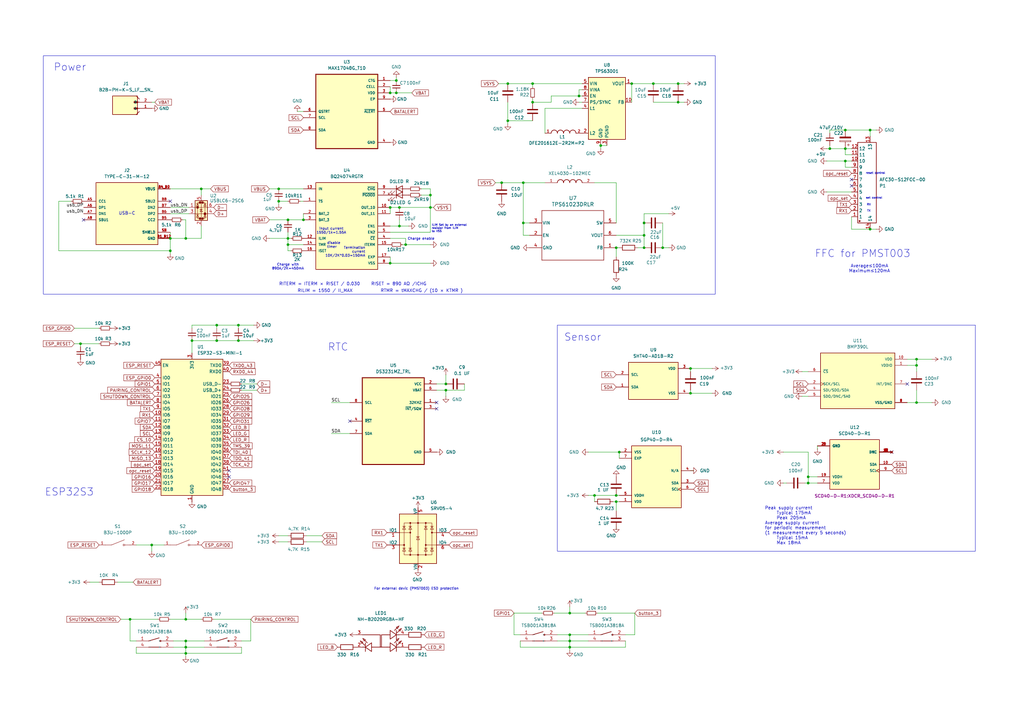
<source format=kicad_sch>
(kicad_sch (version 20250114) (generator "eeschema") (generator_version "9.0")
  (paper "A3")
  (title_block (title "Aeroly: portable air quality monitor"))
  (rectangle (start 17.78 22.86) (end 293.37 120.65))
  (rectangle (start 228.6 133.35) (end 400.05 226.06))
  (text "RTC" (at 138.684 142.494 0) (effects (font (size 3 3))))
  (text "input current\n1550/1k=1.55A" (at 135.89 94.742 0) (effects (font (size 1 1))))
  (text "Termination\ncurrent\n10K/2K*0.03=150mA" (at 149.86 103.378 0) (effects (font (size 1 1)) (justify right)))
  (text "RISET = 890 AΩ /ICHG" (at 163.576 116.586 0) (effects (font (size 1.27 1.27))))
  (text "ESP32S3" (at 28.448 201.93 0) (effects (font (size 3 3))))
  (text "Power" (at 28.702 27.686 0) (effects (font (size 3 3))))
  (text "disable\ntimer" (at 134.112 100.584 0) (effects (font (size 1 1)) (justify left)))
  (text "Sensor\n" (at 239.014 138.43 0) (effects (font (size 3 3))))
  (text "reset control" (at 355.092 71.12 0) (effects (font (size 0.8 0.8)) (justify left)))
  (text "Peak supply current\n	Typical 175mA\n	Peak 205mA\nAverage supply current \nfor periodic measurement \n(1 measurement every 5 seconds)\n	Typical 15mA\n	Max 18mA\n	" (at 313.69 216.662 0) (effects (font (size 1.27 1.27)) (justify left)))
  (text "FFC for PMST003" (at 353.822 104.14 0) (effects (font (size 3 3))))
  (text "USB-C" (at 52.07 87.63 0) (effects (font (size 1.27 1.27))))
  (text "ILIM Set by an external \nresistor from ILIM \nto VSS" (at 177.038 93.726 0) (effects (font (size 0.8 0.8)) (justify left)))
  (text "RX" (at 356.362 84.074 0) (effects (font (size 0.8 0.8))))
  (text "Charge enable" (at 172.72 98.044 0) (effects (font (size 1 1))))
  (text "For external devic (PMST003) ESD protection " (at 171.196 241.554 0) (effects (font (size 1 1))))
  (text "set control" (at 355.092 81.28 0) (effects (font (size 0.8 0.8)) (justify left)))
  (text "Average≤100mA\nMaximum≤120mA" (at 356.616 110.236 0) (effects (font (size 1.27 1.27))))
  (text "TX" (at 356.362 86.614 0) (effects (font (size 0.8 0.8))))
  (text "RTMR = tMAXCHG / (10 × KTMR )" (at 172.974 119.38 0) (effects (font (size 1.27 1.27))))
  (text "RILIM = 1550 / II_MAX" (at 133.35 119.38 0) (effects (font (size 1.27 1.27))))
  (text "RITERM = ITERM × RISET / 0.030" (at 131.064 116.586 0) (effects (font (size 1.27 1.27))))
  (text "Charge with\n890A/2K=450mA" (at 118.11 109.474 0) (effects (font (size 1 1))))
  (junction (at 278.13 34.29))
  (junction (at 252.73 205.74))
  (junction (at 118.11 97.79))
  (junction (at 233.68 262.89))
  (junction (at 214.63 74.93))
  (junction (at 264.16 96.52))
  (junction (at 346.71 66.04))
  (junction (at 271.78 101.6))
  (junction (at 252.73 101.6))
  (junction (at 33.02 140.97))
  (junction (at 237.49 39.37))
  (junction (at 218.44 34.29))
  (junction (at 252.73 203.2))
  (junction (at 214.63 91.44))
  (junction (at 218.44 41.91))
  (junction (at 163.83 92.71))
  (junction (at 82.55 77.47))
  (junction (at 346.71 60.96))
  (junction (at 97.79 139.7))
  (junction (at 114.3 82.55))
  (junction (at 76.2 265.43))
  (junction (at 118.11 90.17))
  (junction (at 375.92 147.32))
  (junction (at 160.02 85.09))
  (junction (at 208.28 34.29))
  (junction (at 62.23 223.52))
  (junction (at 76.2 262.89))
  (junction (at 97.79 133.35))
  (junction (at 166.37 100.33))
  (junction (at 88.9 133.35))
  (junction (at 375.92 149.86))
  (junction (at 205.74 74.93))
  (junction (at 176.53 80.01))
  (junction (at 78.74 139.7))
  (junction (at 356.87 53.34))
  (junction (at 114.3 77.47))
  (junction (at 69.85 102.87))
  (junction (at 259.08 34.29))
  (junction (at 182.88 157.48))
  (junction (at 356.87 93.98))
  (junction (at 160.02 107.95))
  (junction (at 283.21 151.13))
  (junction (at 182.88 160.02))
  (junction (at 118.11 100.33))
  (junction (at 162.56 33.02))
  (junction (at 243.84 203.2))
  (junction (at 346.71 53.34))
  (junction (at 233.68 251.46))
  (junction (at 176.53 85.09))
  (junction (at 76.2 267.97))
  (junction (at 76.2 97.79))
  (junction (at 124.46 90.17))
  (junction (at 53.34 254))
  (junction (at 69.85 97.79))
  (junction (at 264.16 91.44))
  (junction (at 163.83 85.09))
  (junction (at 208.28 49.53))
  (junction (at 160.02 38.1))
  (junction (at 340.36 60.96))
  (junction (at 267.97 34.29))
  (junction (at 76.2 254))
  (junction (at 233.68 265.43))
  (junction (at 331.47 198.12))
  (junction (at 278.13 41.91))
  (junction (at 331.47 195.58))
  (junction (at 254 185.42))
  (junction (at 283.21 161.29))
  (junction (at 264.16 101.6))
  (junction (at 88.9 139.7))
  (junction (at 162.56 38.1))
  (junction (at 246.38 59.69))
  (junction (at 233.68 260.35))
  (junction (at 375.92 165.1))
  (no_connect (at 179.07 167.64))
  (no_connect (at 349.25 76.2))
  (no_connect (at 349.25 73.66))
  (no_connect (at 69.85 82.55))
  (no_connect (at 179.07 165.1))
  (no_connect (at 34.29 90.17))
  (no_connect (at 143.51 172.72))
  (no_connect (at 93.98 195.58))
  (no_connect (at 372.11 157.48))
  (no_connect (at 93.98 193.04))
  (no_connect (at 365.76 185.42))
  (wire (pts (xy 55.88 265.43) (xy 55.88 267.97)))
  (wire (pts (xy 69.85 104.14) (xy 69.85 102.87)))
  (wire (pts (xy 76.2 265.43) (xy 83.82 265.43)))
  (wire (pts (xy 245.11 251.46) (xy 260.35 251.46)))
  (wire (pts (xy 375.92 160.02) (xy 375.92 165.1)))
  (wire (pts (xy 33.02 140.97) (xy 40.64 140.97)))
  (wire (pts (xy 233.68 260.35) (xy 241.3 260.35)))
  (wire (pts (xy 182.88 160.02) (xy 179.07 160.02)))
  (wire (pts (xy 166.37 100.33) (xy 165.1 100.33)))
  (wire (pts (xy 252.73 203.2) (xy 254 203.2)))
  (wire (pts (xy 99.06 267.97) (xy 99.06 265.43)))
  (wire (pts (xy 118.11 100.33) (xy 118.11 102.87)))
  (wire (pts (xy 214.63 91.44) (xy 217.17 91.44)))
  (wire (pts (xy 208.28 34.29) (xy 218.44 34.29)))
  (wire (pts (xy 110.49 90.17) (xy 118.11 90.17)))
  (wire (pts (xy 356.87 93.98) (xy 359.41 93.98)))
  (wire (pts (xy 349.25 93.98) (xy 356.87 93.98)))
  (wire (pts (xy 218.44 35.56) (xy 218.44 34.29)))
  (wire (pts (xy 162.56 31.75) (xy 162.56 33.02)))
  (wire (pts (xy 339.09 60.96) (xy 340.36 60.96)))
  (wire (pts (xy 49.53 254) (xy 53.34 254)))
  (wire (pts (xy 256.54 260.35) (xy 260.35 260.35)))
  (wire (pts (xy 118.11 102.87) (xy 119.38 102.87)))
  (wire (pts (xy 331.47 198.12) (xy 335.28 198.12)))
  (wire (pts (xy 55.88 223.52) (xy 62.23 223.52)))
  (wire (pts (xy 125.73 222.25) (xy 132.08 222.25)))
  (wire (pts (xy 118.11 219.71) (xy 114.3 219.71)))
  (wire (pts (xy 30.48 140.97) (xy 33.02 140.97)))
  (wire (pts (xy 67.31 223.52) (xy 62.23 223.52)))
  (wire (pts (xy 331.47 185.42) (xy 331.47 195.58)))
  (wire (pts (xy 69.85 254) (xy 76.2 254)))
  (wire (pts (xy 252.73 205.74) (xy 254 205.74)))
  (wire (pts (xy 228.6 262.89) (xy 233.68 262.89)))
  (wire (pts (xy 283.21 193.04) (xy 284.48 193.04)))
  (wire (pts (xy 210.82 251.46) (xy 222.25 251.46)))
  (wire (pts (xy 97.79 139.7) (xy 88.9 139.7)))
  (wire (pts (xy 346.71 68.58) (xy 349.25 68.58)))
  (wire (pts (xy 223.52 44.45) (xy 223.52 54.61)))
  (wire (pts (xy 123.19 82.55) (xy 124.46 82.55)))
  (wire (pts (xy 356.87 53.34) (xy 356.87 55.88)))
  (wire (pts (xy 372.11 149.86) (xy 375.92 149.86)))
  (wire (pts (xy 182.88 157.48) (xy 179.07 157.48)))
  (wire (pts (xy 118.11 100.33) (xy 124.46 100.33)))
  (wire (pts (xy 74.93 90.17) (xy 76.2 90.17)))
  (wire (pts (xy 160.02 38.1) (xy 162.56 38.1)))
  (wire (pts (xy 162.56 33.02) (xy 160.02 33.02)))
  (wire (pts (xy 76.2 262.89) (xy 83.82 262.89)))
  (wire (pts (xy 271.78 101.6) (xy 271.78 91.44)))
  (wire (pts (xy 182.88 153.67) (xy 182.88 157.48)))
  (wire (pts (xy 208.28 49.53) (xy 218.44 49.53)))
  (wire (pts (xy 346.71 53.34) (xy 340.36 53.34)))
  (wire (pts (xy 118.11 97.79) (xy 118.11 100.33)))
  (wire (pts (xy 252.73 217.17) (xy 252.73 215.9)))
  (wire (pts (xy 118.11 222.25) (xy 114.3 222.25)))
  (wire (pts (xy 97.79 133.35) (xy 97.79 134.62)))
  (wire (pts (xy 254 185.42) (xy 254 187.96)))
  (wire (pts (xy 105.41 157.48) (xy 99.06 157.48)))
  (wire (pts (xy 114.3 82.55) (xy 118.11 82.55)))
  (wire (pts (xy 63.5 41.91) (xy 62.23 41.91)))
  (wire (pts (xy 182.88 160.02) (xy 190.5 160.02)))
  (wire (pts (xy 217.17 96.52) (xy 214.63 96.52)))
  (wire (pts (xy 339.09 66.04) (xy 346.71 66.04)))
  (wire (pts (xy 172.72 80.01) (xy 176.53 80.01)))
  (wire (pts (xy 176.53 85.09) (xy 177.8 85.09)))
  (wire (pts (xy 210.82 260.35) (xy 213.36 260.35)))
  (wire (pts (xy 283.21 160.02) (xy 283.21 161.29)))
  (wire (pts (xy 162.56 38.1) (xy 168.91 38.1)))
  (wire (pts (xy 233.68 265.43) (xy 233.68 262.89)))
  (wire (pts (xy 261.62 101.6) (xy 264.16 101.6)))
  (wire (pts (xy 243.84 203.2) (xy 252.73 203.2)))
  (wire (pts (xy 246.38 60.96) (xy 246.38 59.69)))
  (wire (pts (xy 176.53 107.95) (xy 160.02 107.95)))
  (wire (pts (xy 237.49 41.91) (xy 238.76 41.91)))
  (wire (pts (xy 375.92 149.86) (xy 375.92 152.4)))
  (wire (pts (xy 97.79 133.35) (xy 104.14 133.35)))
  (wire (pts (xy 53.34 254) (xy 53.34 262.89)))
  (wire (pts (xy 76.2 262.89) (xy 76.2 265.43)))
  (wire (pts (xy 340.36 53.34) (xy 340.36 54.61)))
  (wire (pts (xy 340.36 60.96) (xy 346.71 60.96)))
  (wire (pts (xy 54.61 238.76) (xy 48.26 238.76)))
  (wire (pts (xy 118.11 90.17) (xy 124.46 90.17)))
  (wire (pts (xy 190.5 157.48) (xy 190.5 160.02)))
  (wire (pts (xy 346.71 60.96) (xy 349.25 60.96)))
  (wire (pts (xy 182.88 162.56) (xy 182.88 160.02)))
  (wire (pts (xy 176.53 95.25) (xy 176.53 85.09)))
  (wire (pts (xy 208.28 49.53) (xy 208.28 41.91)))
  (wire (pts (xy 76.2 267.97) (xy 76.2 269.24)))
  (wire (pts (xy 237.49 36.83) (xy 237.49 39.37)))
  (wire (pts (xy 227.33 251.46) (xy 233.68 251.46)))
  (wire (pts (xy 226.06 39.37) (xy 237.49 39.37)))
  (wire (pts (xy 104.14 139.7) (xy 97.79 139.7)))
  (wire (pts (xy 69.85 102.87) (xy 69.85 97.79)))
  (wire (pts (xy 69.85 77.47) (xy 82.55 77.47)))
  (wire (pts (xy 176.53 77.47) (xy 176.53 80.01)))
  (wire (pts (xy 346.71 60.96) (xy 346.71 63.5)))
  (wire (pts (xy 36.83 238.76) (xy 40.64 238.76)))
  (wire (pts (xy 321.31 198.12) (xy 322.58 198.12)))
  (wire (pts (xy 375.92 165.1) (xy 372.11 165.1)))
  (wire (pts (xy 213.36 265.43) (xy 233.68 265.43)))
  (wire (pts (xy 82.55 77.47) (xy 82.55 80.01)))
  (wire (pts (xy 274.32 87.63) (xy 264.16 87.63)))
  (wire (pts (xy 264.16 91.44) (xy 264.16 96.52)))
  (wire (pts (xy 238.76 36.83) (xy 237.49 36.83)))
  (wire (pts (xy 241.3 185.42) (xy 254 185.42)))
  (wire (pts (xy 121.92 45.72) (xy 124.46 45.72)))
  (wire (pts (xy 233.68 251.46) (xy 240.03 251.46)))
  (wire (pts (xy 204.47 34.29) (xy 208.28 34.29)))
  (wire (pts (xy 78.74 139.7) (xy 78.74 144.78)))
  (wire (pts (xy 203.2 74.93) (xy 205.74 74.93)))
  (wire (pts (xy 205.74 74.93) (xy 214.63 74.93)))
  (wire (pts (xy 346.71 53.34) (xy 356.87 53.34)))
  (wire (pts (xy 278.13 34.29) (xy 280.67 34.29)))
  (wire (pts (xy 340.36 59.69) (xy 340.36 60.96)))
  (wire (pts (xy 252.73 74.93) (xy 252.73 91.44)))
  (wire (pts (xy 267.97 34.29) (xy 278.13 34.29)))
  (wire (pts (xy 335.28 182.88) (xy 335.28 184.15)))
  (wire (pts (xy 375.92 165.1) (xy 382.27 165.1)))
  (wire (pts (xy 252.73 209.55) (xy 252.73 205.74)))
  (wire (pts (xy 176.53 77.47) (xy 172.72 77.47)))
  (wire (pts (xy 254 101.6) (xy 252.73 101.6)))
  (wire (pts (xy 375.92 149.86) (xy 375.92 147.32)))
  (wire (pts (xy 328.93 162.56) (xy 331.47 162.56)))
  (wire (pts (xy 55.88 267.97) (xy 76.2 267.97)))
  (wire (pts (xy 135.89 177.8) (xy 143.51 177.8)))
  (wire (pts (xy 260.35 260.35) (xy 260.35 251.46)))
  (wire (pts (xy 160.02 105.41) (xy 160.02 107.95)))
  (wire (pts (xy 218.44 41.91) (xy 226.06 41.91)))
  (wire (pts (xy 331.47 198.12) (xy 331.47 195.58)))
  (wire (pts (xy 78.74 133.35) (xy 78.74 134.62)))
  (wire (pts (xy 163.83 85.09) (xy 176.53 85.09)))
  (wire (pts (xy 251.46 205.74) (xy 252.73 205.74)))
  (wire (pts (xy 214.63 96.52) (xy 214.63 91.44)))
  (wire (pts (xy 349.25 88.9) (xy 349.25 93.98)))
  (wire (pts (xy 88.9 133.35) (xy 97.79 133.35)))
  (wire (pts (xy 135.89 165.1) (xy 143.51 165.1)))
  (wire (pts (xy 114.3 77.47) (xy 110.49 77.47)))
  (wire (pts (xy 86.36 77.47) (xy 82.55 77.47)))
  (wire (pts (xy 24.13 82.55) (xy 24.13 102.87)))
  (wire (pts (xy 160.02 97.79) (xy 166.37 97.79)))
  (wire (pts (xy 167.64 92.71) (xy 163.83 92.71)))
  (wire (pts (xy 330.2 198.12) (xy 331.47 198.12)))
  (wire (pts (xy 210.82 251.46) (xy 210.82 260.35)))
  (wire (pts (xy 88.9 139.7) (xy 78.74 139.7)))
  (wire (pts (xy 53.34 254) (xy 64.77 254)))
  (wire (pts (xy 280.67 41.91) (xy 278.13 41.91)))
  (wire (pts (xy 88.9 133.35) (xy 88.9 134.62)))
  (wire (pts (xy 76.2 267.97) (xy 99.06 267.97)))
  (wire (pts (xy 283.21 152.4) (xy 283.21 151.13)))
  (wire (pts (xy 252.73 96.52) (xy 264.16 96.52)))
  (wire (pts (xy 226.06 41.91) (xy 226.06 39.37)))
  (wire (pts (xy 69.85 85.09) (xy 77.47 85.09)))
  (wire (pts (xy 163.83 90.17) (xy 163.83 92.71)))
  (wire (pts (xy 328.93 152.4) (xy 331.47 152.4)))
  (wire (pts (xy 214.63 74.93) (xy 223.52 74.93)))
  (wire (pts (xy 238.76 44.45) (xy 223.52 44.45)))
  (wire (pts (xy 331.47 195.58) (xy 335.28 195.58)))
  (wire (pts (xy 160.02 85.09) (xy 160.02 87.63)))
  (wire (pts (xy 241.3 203.2) (xy 243.84 203.2)))
  (wire (pts (xy 176.53 100.33) (xy 166.37 100.33)))
  (wire (pts (xy 160.02 85.09) (xy 163.83 85.09)))
  (wire (pts (xy 76.2 267.97) (xy 76.2 265.43)))
  (wire (pts (xy 237.49 39.37) (xy 238.76 39.37)))
  (wire (pts (xy 71.12 265.43) (xy 76.2 265.43)))
  (wire (pts (xy 160.02 38.1) (xy 160.02 35.56)))
  (wire (pts (xy 346.71 66.04) (xy 346.71 68.58)))
  (wire (pts (xy 372.11 147.32) (xy 375.92 147.32)))
  (wire (pts (xy 102.87 262.89) (xy 102.87 254)))
  (wire (pts (xy 53.34 262.89) (xy 55.88 262.89)))
  (wire (pts (xy 82.55 92.71) (xy 82.55 97.79)))
  (wire (pts (xy 76.2 254) (xy 76.2 251.46)))
  (wire (pts (xy 69.85 95.25) (xy 69.85 97.79)))
  (wire (pts (xy 267.97 41.91) (xy 278.13 41.91)))
  (wire (pts (xy 213.36 262.89) (xy 213.36 265.43)))
  (wire (pts (xy 382.27 147.32) (xy 375.92 147.32)))
  (wire (pts (xy 166.37 97.79) (xy 166.37 100.33)))
  (wire (pts (xy 283.21 161.29) (xy 292.1 161.29)))
  (wire (pts (xy 208.28 50.8) (xy 208.28 49.53)))
  (wire (pts (xy 246.38 59.69) (xy 248.92 59.69)))
  (wire (pts (xy 233.68 265.43) (xy 233.68 266.7)))
  (wire (pts (xy 264.16 101.6) (xy 264.16 96.52)))
  (wire (pts (xy 124.46 87.63) (xy 124.46 90.17)))
  (wire (pts (xy 256.54 265.43) (xy 256.54 262.89)))
  (wire (pts (xy 346.71 63.5) (xy 349.25 63.5)))
  (wire (pts (xy 78.74 133.35) (xy 88.9 133.35)))
  (wire (pts (xy 233.68 251.46) (xy 233.68 248.92)))
  (wire (pts (xy 359.41 53.34) (xy 356.87 53.34)))
  (wire (pts (xy 259.08 34.29) (xy 267.97 34.29)))
  (wire (pts (xy 160.02 95.25) (xy 176.53 95.25)))
  (wire (pts (xy 274.32 101.6) (xy 271.78 101.6)))
  (wire (pts (xy 76.2 254) (xy 82.55 254)))
  (wire (pts (xy 218.44 40.64) (xy 218.44 41.91)))
  (wire (pts (xy 69.85 97.79) (xy 76.2 97.79)))
  (wire (pts (xy 69.85 87.63) (xy 77.47 87.63)))
  (wire (pts (xy 233.68 265.43) (xy 256.54 265.43)))
  (wire (pts (xy 339.09 78.74) (xy 349.25 78.74)))
  (wire (pts (xy 228.6 260.35) (xy 233.68 260.35)))
  (wire (pts (xy 243.84 74.93) (xy 252.73 74.93)))
  (wire (pts (xy 233.68 260.35) (xy 233.68 262.89)))
  (wire (pts (xy 233.68 262.89) (xy 241.3 262.89)))
  (wire (pts (xy 163.83 92.71) (xy 160.02 92.71)))
  (wire (pts (xy 218.44 34.29) (xy 238.76 34.29)))
  (wire (pts (xy 283.21 151.13) (xy 292.1 151.13)))
  (wire (pts (xy 33.02 140.97) (xy 33.02 142.24)))
  (wire (pts (xy 214.63 74.93) (xy 214.63 91.44)))
  (wire (pts (xy 124.46 77.47) (xy 114.3 77.47)))
  (wire (pts (xy 321.31 185.42) (xy 331.47 185.42)))
  (wire (pts (xy 243.84 203.2) (xy 243.84 205.74)))
  (wire (pts (xy 252.73 105.41) (xy 252.73 101.6)))
  (wire (pts (xy 176.53 80.01) (xy 176.53 85.09)))
  (wire (pts (xy 105.41 160.02) (xy 99.06 160.02)))
  (wire (pts (xy 76.2 97.79) (xy 82.55 97.79)))
  (wire (pts (xy 125.73 219.71) (xy 132.08 219.71)))
  (wire (pts (xy 264.16 87.63) (xy 264.16 91.44)))
  (wire (pts (xy 346.71 66.04) (xy 349.25 66.04)))
  (wire (pts (xy 99.06 262.89) (xy 102.87 262.89)))
  (wire (pts (xy 76.2 90.17) (xy 76.2 97.79)))
  (wire (pts (xy 118.11 95.25) (xy 118.11 97.79)))
  (wire (pts (xy 110.49 97.79) (xy 118.11 97.79)))
  (wire (pts (xy 62.23 226.06) (xy 62.23 223.52)))
  (wire (pts (xy 114.3 83.82) (xy 114.3 82.55)))
  (wire (pts (xy 24.13 102.87) (xy 69.85 102.87)))
  (wire (pts (xy 118.11 97.79) (xy 119.38 97.79)))
  (wire (pts (xy 87.63 254) (xy 102.87 254)))
  (wire (pts (xy 24.13 82.55) (xy 29.21 82.55)))
  (wire (pts (xy 71.12 262.89) (xy 76.2 262.89)))
  (wire (pts (xy 259.08 34.29) (xy 259.08 41.91)))
  (wire (pts (xy 30.48 134.62) (xy 40.64 134.62)))
  (label "usb_DP" (at 34.29 85.09 180))
  (label "usb_DN" (at 34.29 87.63 180))
  (label "usb_DN" (at 69.85 85.09 0))
  (label "SDA" (at 135.89 177.8 0))
  (label "usb_DP" (at 69.85 87.63 0))
  (label "SCL" (at 135.89 165.1 0))
  (global_label "BATALERT" (shape input) (at 54.61 238.76 0) (property "Intersheetrefs" "${INTERSHEET_REFS}" (effects (hide yes))))
  (global_label "SDA" (shape input) (at 132.08 219.71 0) (property "Intersheetrefs" "${INTERSHEET_REFS}" (effects (hide yes))))
  (global_label "TDO_41" (shape input) (at 93.98 187.96 0) (property "Intersheetrefs" "${INTERSHEET_REFS}" (effects (hide yes))))
  (global_label "GPIO7" (shape input) (at 63.5 172.72 180) (property "Intersheetrefs" "${INTERSHEET_REFS}" (effects (hide yes))))
  (global_label "GPIO47" (shape input) (at 93.98 198.12 0) (property "Intersheetrefs" "${INTERSHEET_REFS}" (effects (hide yes))))
  (global_label "TDI_40" (shape input) (at 93.98 185.42 0) (property "Intersheetrefs" "${INTERSHEET_REFS}" (effects (hide yes))))
  (global_label "SCL" (shape input) (at 284.48 200.66 0) (property "Intersheetrefs" "${INTERSHEET_REFS}" (effects (hide yes))))
  (global_label "PAIRING_CONTROL" (shape input) (at 102.87 254 0) (property "Intersheetrefs" "${INTERSHEET_REFS}" (effects (hide yes))))
  (global_label "ESP_GPIO0" (shape input) (at 30.48 134.62 180) (property "Intersheetrefs" "${INTERSHEET_REFS}" (effects (hide yes))))
  (global_label "LED_B" (shape input) (at 138.43 265.43 180) (property "Intersheetrefs" "${INTERSHEET_REFS}" (effects (hide yes))))
  (global_label "GPIO1" (shape input) (at 63.5 157.48 180) (property "Intersheetrefs" "${INTERSHEET_REFS}" (effects (hide yes))))
  (global_label "GPIO25" (shape input) (at 93.98 162.56 0) (property "Intersheetrefs" "${INTERSHEET_REFS}" (effects (hide yes))))
  (global_label "RXD0_44" (shape input) (at 93.98 152.4 0) (property "Intersheetrefs" "${INTERSHEET_REFS}" (effects (hide yes))))
  (global_label "MISO_13" (shape input) (at 63.5 187.96 180) (property "Intersheetrefs" "${INTERSHEET_REFS}" (effects (hide yes))))
  (global_label "VBAT" (shape input) (at 63.5 41.91 0) (property "Intersheetrefs" "${INTERSHEET_REFS}" (effects (hide yes))))
  (global_label "opc_reset" (shape input) (at 184.15 218.44 0) (property "Intersheetrefs" "${INTERSHEET_REFS}" (effects (hide yes))))
  (global_label "GPIO1" (shape input) (at 210.82 251.46 180) (property "Intersheetrefs" "${INTERSHEET_REFS}" (effects (hide yes))))
  (global_label "CS_10" (shape input) (at 63.5 180.34 180) (property "Intersheetrefs" "${INTERSHEET_REFS}" (effects (hide yes))))
  (global_label "VBAT" (shape input) (at 110.49 90.17 180) (property "Intersheetrefs" "${INTERSHEET_REFS}" (effects (hide yes))))
  (global_label "TCK_42" (shape input) (at 93.98 190.5 0) (property "Intersheetrefs" "${INTERSHEET_REFS}" (effects (hide yes))))
  (global_label "TX1" (shape input) (at 63.5 167.64 180) (property "Intersheetrefs" "${INTERSHEET_REFS}" (effects (hide yes))))
  (global_label "LED_G" (shape input) (at 173.99 260.35 0) (property "Intersheetrefs" "${INTERSHEET_REFS}" (effects (hide yes))))
  (global_label "ESP_RESET" (shape input) (at 63.5 149.86 180) (property "Intersheetrefs" "${INTERSHEET_REFS}" (effects (hide yes))))
  (global_label "VBUS" (shape input) (at 86.36 77.47 0) (property "Intersheetrefs" "${INTERSHEET_REFS}" (effects (hide yes))))
  (global_label "RX1" (shape input) (at 63.5 170.18 180) (property "Intersheetrefs" "${INTERSHEET_REFS}" (effects (hide yes))))
  (global_label "GPIO26" (shape input) (at 93.98 165.1 0) (property "Intersheetrefs" "${INTERSHEET_REFS}" (effects (hide yes))))
  (global_label "ESP_RESET" (shape input) (at 40.64 223.52 180) (property "Intersheetrefs" "${INTERSHEET_REFS}" (effects (hide yes))))
  (global_label "SDA" (shape input) (at 124.46 53.34 180) (property "Intersheetrefs" "${INTERSHEET_REFS}" (effects (hide yes))))
  (global_label "opc_set" (shape input) (at 184.15 223.52 0) (property "Intersheetrefs" "${INTERSHEET_REFS}" (effects (hide yes))))
  (global_label "TX1" (shape input) (at 158.75 223.52 180) (property "Intersheetrefs" "${INTERSHEET_REFS}" (effects (hide yes))))
  (global_label "SCL" (shape input) (at 63.5 177.8 180) (property "Intersheetrefs" "${INTERSHEET_REFS}" (effects (hide yes))))
  (global_label "RX1" (shape input) (at 349.25 86.36 180) (property "Intersheetrefs" "${INTERSHEET_REFS}" (effects (hide yes))))
  (global_label "opc_reset" (shape input) (at 349.25 71.12 180) (property "Intersheetrefs" "${INTERSHEET_REFS}" (effects (hide yes))))
  (global_label "ESP_GPIO0" (shape input) (at 82.55 223.52 0) (property "Intersheetrefs" "${INTERSHEET_REFS}" (effects (hide yes))))
  (global_label "LED_B" (shape input) (at 93.98 175.26 0) (property "Intersheetrefs" "${INTERSHEET_REFS}" (effects (hide yes))))
  (global_label "SCL" (shape input) (at 365.76 193.04 0) (property "Intersheetrefs" "${INTERSHEET_REFS}" (effects (hide yes))))
  (global_label "TX1" (shape input) (at 349.25 83.82 180) (property "Intersheetrefs" "${INTERSHEET_REFS}" (effects (hide yes))))
  (global_label "ESP_GPIO0" (shape input) (at 63.5 154.94 180) (property "Intersheetrefs" "${INTERSHEET_REFS}" (effects (hide yes))))
  (global_label "BATALERT" (shape input) (at 160.02 45.72 0) (property "Intersheetrefs" "${INTERSHEET_REFS}" (effects (hide yes))))
  (global_label "VSYS" (shape input) (at 203.2 74.93 180) (property "Intersheetrefs" "${INTERSHEET_REFS}" (effects (hide yes))))
  (global_label "SHUTDOWN_CONTROL" (shape input) (at 49.53 254 180) (property "Intersheetrefs" "${INTERSHEET_REFS}" (effects (hide yes))))
  (global_label "SCL" (shape input) (at 124.46 48.26 180) (property "Intersheetrefs" "${INTERSHEET_REFS}" (effects (hide yes))))
  (global_label "VSYS" (shape input) (at 177.8 85.09 0) (property "Intersheetrefs" "${INTERSHEET_REFS}" (effects (hide yes))))
  (global_label "GPIO18" (shape input) (at 63.5 200.66 180) (property "Intersheetrefs" "${INTERSHEET_REFS}" (effects (hide yes))))
  (global_label "D+" (shape input) (at 87.63 87.63 0) (property "Intersheetrefs" "${INTERSHEET_REFS}" (effects (hide yes))))
  (global_label "MOSI_11" (shape input) (at 63.5 182.88 180) (property "Intersheetrefs" "${INTERSHEET_REFS}" (effects (hide yes))))
  (global_label "button_3" (shape input) (at 93.98 200.66 0) (property "Intersheetrefs" "${INTERSHEET_REFS}" (effects (hide yes))))
  (global_label "GPIO16" (shape input) (at 63.5 195.58 180) (property "Intersheetrefs" "${INTERSHEET_REFS}" (effects (hide yes))))
  (global_label "D+" (shape input) (at 105.41 160.02 0) (property "Intersheetrefs" "${INTERSHEET_REFS}" (effects (hide yes))))
  (global_label "SDA" (shape input) (at 331.47 160.02 180) (property "Intersheetrefs" "${INTERSHEET_REFS}" (effects (hide yes))))
  (global_label "GPIO29" (shape input) (at 93.98 170.18 0) (property "Intersheetrefs" "${INTERSHEET_REFS}" (effects (hide yes))))
  (global_label "ESP_RESET" (shape input) (at 30.48 140.97 180) (property "Intersheetrefs" "${INTERSHEET_REFS}" (effects (hide yes))))
  (global_label "SDA" (shape input) (at 365.76 190.5 0) (property "Intersheetrefs" "${INTERSHEET_REFS}" (effects (hide yes))))
  (global_label "VBUS" (shape input) (at 110.49 77.47 180) (property "Intersheetrefs" "${INTERSHEET_REFS}" (effects (hide yes))))
  (global_label "button_3" (shape input) (at 260.35 251.46 0) (property "Intersheetrefs" "${INTERSHEET_REFS}" (effects (hide yes))))
  (global_label "VSYS" (shape input) (at 204.47 34.29 180) (property "Intersheetrefs" "${INTERSHEET_REFS}" (effects (hide yes))))
  (global_label "SHUTDOWN_CONTROL" (shape input) (at 63.5 162.56 180) (property "Intersheetrefs" "${INTERSHEET_REFS}" (effects (hide yes))))
  (global_label "RX1" (shape input) (at 158.75 218.44 180) (property "Intersheetrefs" "${INTERSHEET_REFS}" (effects (hide yes))))
  (global_label "SDA" (shape input) (at 284.48 198.12 0) (property "Intersheetrefs" "${INTERSHEET_REFS}" (effects (hide yes))))
  (global_label "TXD0_43" (shape input) (at 93.98 149.86 0) (property "Intersheetrefs" "${INTERSHEET_REFS}" (effects (hide yes))))
  (global_label "D-" (shape input) (at 87.63 85.09 0) (property "Intersheetrefs" "${INTERSHEET_REFS}" (effects (hide yes))))
  (global_label "opc_set" (shape input) (at 349.25 81.28 180) (property "Intersheetrefs" "${INTERSHEET_REFS}" (effects (hide yes))))
  (global_label "SCL" (shape input) (at 331.47 157.48 180) (property "Intersheetrefs" "${INTERSHEET_REFS}" (effects (hide yes))))
  (global_label "VBAT" (shape input) (at 168.91 38.1 0) (property "Intersheetrefs" "${INTERSHEET_REFS}" (effects (hide yes))))
  (global_label "GPIO28" (shape input) (at 93.98 167.64 0) (property "Intersheetrefs" "${INTERSHEET_REFS}" (effects (hide yes))))
  (global_label "BATALERT" (shape input) (at 63.5 165.1 180) (property "Intersheetrefs" "${INTERSHEET_REFS}" (effects (hide yes))))
  (global_label "GPIO17" (shape input) (at 63.5 198.12 180) (property "Intersheetrefs" "${INTERSHEET_REFS}" (effects (hide yes))))
  (global_label "GPIO31" (shape input) (at 93.98 172.72 0) (property "Intersheetrefs" "${INTERSHEET_REFS}" (effects (hide yes))))
  (global_label "TMS_39" (shape input) (at 93.98 182.88 0) (property "Intersheetrefs" "${INTERSHEET_REFS}" (effects (hide yes))))
  (global_label "SCL" (shape input) (at 252.73 153.67 180) (property "Intersheetrefs" "${INTERSHEET_REFS}" (effects (hide yes))))
  (global_label "LED_R" (shape input) (at 173.99 265.43 0) (property "Intersheetrefs" "${INTERSHEET_REFS}" (effects (hide yes))))
  (global_label "LED_G" (shape input) (at 93.98 177.8 0) (property "Intersheetrefs" "${INTERSHEET_REFS}" (effects (hide yes))))
  (global_label "SDA" (shape input) (at 252.73 158.75 180) (property "Intersheetrefs" "${INTERSHEET_REFS}" (effects (hide yes))))
  (global_label "D-" (shape input) (at 105.41 157.48 0) (property "Intersheetrefs" "${INTERSHEET_REFS}" (effects (hide yes))))
  (global_label "opc_reset" (shape input) (at 63.5 193.04 180) (property "Intersheetrefs" "${INTERSHEET_REFS}" (effects (hide yes))))
  (global_label "SDA" (shape input) (at 63.5 175.26 180) (property "Intersheetrefs" "${INTERSHEET_REFS}" (effects (hide yes))))
  (global_label "SCL" (shape input) (at 132.08 222.25 0) (property "Intersheetrefs" "${INTERSHEET_REFS}" (effects (hide yes))))
  (global_label "opc_set" (shape input) (at 63.5 190.5 180) (property "Intersheetrefs" "${INTERSHEET_REFS}" (effects (hide yes))))
  (global_label "SCLK_12" (shape input) (at 63.5 185.42 180) (property "Intersheetrefs" "${INTERSHEET_REFS}" (effects (hide yes))))
  (global_label "PAIRING_CONTROL" (shape input) (at 63.5 160.02 180) (property "Intersheetrefs" "${INTERSHEET_REFS}" (effects (hide yes))))
  (global_label "LED_R" (shape input) (at 93.98 180.34 0) (property "Intersheetrefs" "${INTERSHEET_REFS}" (effects (hide yes))))
  (symbol (lib_id "power:GND") (at 182.88 162.56 0) (unit 1)
    (property "Reference" "#PWR029" (effects (hide yes)))
    (property "Value" "GND" (at 185.42 163.8299 0) (effects (justify left)))
    (property "Description" "Power symbol creates a global label with name \"GND\" , ground" (effects (hide yes)))
  )
  (symbol (lib_id "Device:R") (at 257.81 101.6 270) (unit 1)
    (property "Reference" "R25" (at 259.268 98.7603 90) (effects (justify left)))
    (property "Value" "732K" (at 254 98.806 90) (effects (justify left)))
    (property "Footprint" "Resistor_SMD:R_0805_2012Metric" (effects (hide yes)))
    (property "Description" "Resistor" (effects (hide yes)))
    (property "LCSC" "C17414" (effects (hide yes)))
  )
  (symbol (lib_id "Device:C") (at 208.28 38.1 180) (unit 1)
    (property "Reference" "C11" (at 204.724 40.64 0) (effects (justify left)))
    (property "Value" "10uF" (at 204.724 38.1 0) (effects (justify left)))
    (property "Footprint" "Capacitor_SMD:C_0603_1608Metric" (effects (hide yes)))
    (property "Description" "Unpolarized capacitor" (effects (hide yes)))
    (property "LCSC" "C15850" (effects (hide yes)))
  )
  (symbol (lib_id "power:GND") (at 359.41 53.34 90) (unit 1)
    (property "Reference" "#PWR054" (effects (hide yes)))
    (property "Value" "GND" (at 364.744 53.34 90))
    (property "Description" "Power symbol creates a global label with name \"GND\" , ground" (effects (hide yes)))
  )
  (symbol (lib_id "power:+3V3") (at 45.72 134.62 270) (unit 1)
    (property "Reference" "#PWR03" (effects (hide yes)))
    (property "Value" "+3V3" (at 48.26 134.62 90) (effects (justify left)))
    (property "Description" "Power symbol creates a global label with name \"+3V3\"" (effects (hide yes)))
  )
  (symbol (lib_id "MAX17048G+T10:MAX17048G_T10") (at 142.24 45.72 0) (unit 1)
    (property "Reference" "U3" (at 142.24 25.4 0))
    (property "Value" "MAX17048G_T10" (at 142.24 27.94 0))
    (property "Footprint" "MAX17048G+T10:SON50P200X200X80-9N" (effects (hide yes)))
    (property "MF" "Analog Devices" (effects (hide yes)))
    (property "Description_1" "3µA 1-Cell/2-Cell Fuel Gauge with ModelGauge" (effects (hide yes)))
    (property "Package" "TDFN-8 Maxim" (effects (hide yes)))
    (property "Price" "None" (effects (hide yes)))
    (property "SnapEDA_Link" "https://www.snapeda.com/parts/MAX17048G+T10/Analog+Devices/view-part/?ref=snap" (effects (hide yes)))
    (property "MP" "MAX17048G+T10" (effects (hide yes)))
    (property "Availability" "In Stock" (effects (hide yes)))
    (property "Check_prices" "https://www.snapeda.com/parts/MAX17048G+T10/Analog+Devices/view-part/?ref=eda" (effects (hide yes)))
  )
  (symbol (lib_id "power:GND") (at 160.02 40.64 90) (unit 1)
    (property "Reference" "#PWR059" (effects (hide yes)))
    (property "Value" "GND" (at 164.846 40.64 90))
    (property "Description" "Power symbol creates a global label with name \"GND\" , ground" (effects (hide yes)))
  )
  (symbol (lib_id "Device:R_Small") (at 121.92 97.79 90) (unit 1)
    (property "Reference" "R12" (at 121.92 96.012 90))
    (property "Value" "1K" (at 122.174 94.234 90))
    (property "Footprint" "Resistor_SMD:R_0402_1005Metric" (effects (hide yes)))
    (property "Description" "Resistor, small symbol" (effects (hide yes)))
  )
  (symbol (lib_id "power:GND") (at 176.53 107.95 90) (unit 1)
    (property "Reference" "#PWR026" (effects (hide yes)))
    (property "Value" "GND" (at 180.34 107.9499 90) (effects (justify right)))
    (property "Description" "Power symbol creates a global label with name \"GND\" , ground" (effects (hide yes)))
  )
  (symbol (lib_id "connector:FPC 0.5MM 12P Pull type H2.0mm Under the next") (at 355.6 74.93 0) (mirror x) (unit 1)
    (property "Reference" "P1" (at 360.68 76.2001 0) (effects (justify left)))
    (property "Value" "AFC30-S12FCC-00" (at 360.68 73.6601 0) (effects (justify left)))
    (property "Footprint" "Connector:AFC30-S12FCC-00" (effects (hide yes)))
    (property "Manufacturer Part" "AFC07-S12FCC-00" (effects (hide yes)))
    (property "Manufacturer" "JS(钜硕电子)" (effects (hide yes)))
    (property "Supplier Part" "C11051" (effects (hide yes)))
    (property "Supplier" "LCSC" (effects (hide yes)))
  )
  (symbol (lib_id "Device:R_Small") (at 242.57 251.46 270) (unit 1)
    (property "Reference" "R10" (at 246.888 249.428 90))
    (property "Value" "10k" (at 242.824 249.428 90))
    (property "Footprint" "Resistor_SMD:R_0402_1005Metric" (effects (hide yes)))
    (property "Description" "Resistor, small symbol" (effects (hide yes)))
  )
  (symbol (lib_id "Regulator_Switching:TPS63001") (at 248.92 44.45 0) (unit 1)
    (property "Reference" "U8" (at 248.92 26.67 0))
    (property "Value" "TPS63001" (at 248.92 29.21 0))
    (property "Footprint" "TPS63001DRCR:VREG_V62_16624-01YE" (effects (hide yes)))
    (property "Datasheet" "http://www.ti.com/lit/ds/symlink/tps63000.pdf" (effects (hide yes)))
    (property "Description" "Buck-Boost Converter, 1.8-5.5V Input Voltage, 1.7A Switch Current, 3.3V Output Voltage, VSON-10" (effects (hide yes)))
  )
  (symbol (lib_id "Device:C_Small") (at 33.02 144.78 180) (unit 1)
    (property "Reference" "C1" (at 37.592 143.256 0) (effects (justify left)))
    (property "Value" "1uF" (at 38.608 145.288 0) (effects (justify left)))
    (property "Footprint" "Capacitor_SMD:C_0603_1608Metric" (effects (hide yes)))
    (property "Description" "Unpolarized capacitor, small symbol" (effects (hide yes)))
  )
  (symbol (lib_id "Device:C") (at 186.69 157.48 90) (unit 1)
    (property "Reference" "C9" (at 189.484 150.622 90))
    (property "Value" "0.1 UF" (at 189.484 153.162 90))
    (property "Footprint" "Capacitor_SMD:C_0402_1005Metric" (effects (hide yes)))
    (property "Description" "Unpolarized capacitor" (effects (hide yes)))
    (property "LCSC" "C28233" (effects (hide yes)))
  )
  (symbol (lib_id "power:GND") (at 171.45 233.68 0) (unit 1)
    (property "Reference" "#PWR024" (effects (hide yes)))
    (property "Value" "GND" (at 173.228 237.744 0) (effects (justify right)))
    (property "Description" "Power symbol creates a global label with name \"GND\" , ground" (effects (hide yes)))
  )
  (symbol (lib_id "Device:C") (at 252.73 199.39 180) (unit 1)
    (property "Reference" "C13" (at 247.904 198.882 0))
    (property "Value" "1 UF" (at 247.396 200.914 0))
    (property "Footprint" "Capacitor_SMD:C_0603_1608Metric" (effects (hide yes)))
    (property "Description" "Unpolarized capacitor" (effects (hide yes)))
    (property "LCSC" "C28323" (effects (hide yes)))
  )
  (symbol (lib_id "Device:R_Small") (at 31.75 82.55 90) (unit 1)
    (property "Reference" "R1" (at 33.274 80.518 90))
    (property "Value" "5.1k" (at 28.956 80.518 90))
    (property "Footprint" "Resistor_SMD:R_0402_1005Metric" (effects (hide yes)))
    (property "Description" "Resistor, small symbol" (effects (hide yes)))
  )
  (symbol (lib_id "BMP390L:BMP390L") (at 351.79 157.48 0) (unit 1)
    (property "Reference" "U11" (at 351.79 139.7 0))
    (property "Value" "BMP390L" (at 351.79 142.24 0))
    (property "Footprint" "BMP390L:XDCR_BMP390L" (effects (hide yes)))
    (property "DigiKey_Part_Number" "828-BMP390LTR-ND" (effects (hide yes)))
    (property "SnapEDA_Link" "https://www.snapeda.com/parts/BMP390L/Bosch/view-part/?ref=snap" (effects (hide yes)))
    (property "MAXIMUM_PACKAGE_HEIGHT" "0.8 mm" (effects (hide yes)))
    (property "Package" "None" (effects (hide yes)))
    (property "Check_prices" "https://www.snapeda.com/parts/BMP390L/Bosch/view-part/?ref=eda" (effects (hide yes)))
    (property "STANDARD" "Manufacturer Recommendation" (effects (hide yes)))
    (property "PARTREV" "1.7" (effects (hide yes)))
    (property "MF" "Bosch Sensortec" (effects (hide yes)))
    (property "MP" "BMP390L" (effects (hide yes)))
    (property "Description_1" "Pressure Sensor Development Tools Evaluation Shuttle Board for the BMP390L" (effects (hide yes)))
    (property "MANUFACTURER" "BOSCH" (effects (hide yes)))
    (property "SNAPEDA_PN" "BMP390L" (effects (hide yes)))
    (property "LCSC" "C2684802" (effects (hide yes)))
  )
  (symbol (lib_id "Device:C_Small") (at 340.36 57.15 180) (unit 1)
    (property "Reference" "C21" (at 337.566 55.372 0) (effects (justify left)))
    (property "Value" "100nF" (at 337.312 57.404 0) (effects (justify left)))
    (property "Footprint" "Capacitor_SMD:C_0402_1005Metric" (effects (hide yes)))
    (property "Description" "Unpolarized capacitor, small symbol" (effects (hide yes)))
  )
  (symbol (lib_id "power:GND") (at 246.38 60.96 0) (unit 1)
    (property "Reference" "#PWR035" (effects (hide yes)))
    (property "Value" "GND" (at 242.316 62.992 0))
    (property "Description" "Power symbol creates a global label with name \"GND\" , ground" (effects (hide yes)))
  )
  (symbol (lib_id "Device:R_Small") (at 67.31 254 90) (unit 1)
    (property "Reference" "R5" (at 68.58 251.968 90))
    (property "Value" "10k" (at 64.77 251.968 90))
    (property "Footprint" "Resistor_SMD:R_0402_1005Metric" (effects (hide yes)))
    (property "Description" "Resistor, small symbol" (effects (hide yes)))
  )
  (symbol (lib_id "BQ24074RGTR:BQ24074RGTR") (at 142.24 92.71 0) (unit 1)
    (property "Reference" "U4" (at 142.24 69.85 0))
    (property "Value" "BQ24074RGTR" (at 142.24 72.39 0))
    (property "Footprint" "BQ24074RGTR:QFN50P300X300X100-17N" (effects (hide yes)))
    (property "MF" "Texas Instruments" (effects (hide yes)))
    (property "Description_1" "Standalone 1-cell 1.5-A linear battery charger, Power Path, 4.2-V VBAT, 10.5-V OVP and 4.4-V VOUT" (effects (hide yes)))
    (property "Package" "VQFN-16 Texas Instruments" (effects (hide yes)))
    (property "Price" "None" (effects (hide yes)))
    (property "Check_prices" "https://www.snapeda.com/parts/BQ24074RGTR/Texas+Instruments/view-part/?ref=eda" (effects (hide yes)))
    (property "MAXIMUM_PACKAGE_HIEGHT" "1mm" (effects (hide yes)))
    (property "STANDARD" "IPC 7351B" (effects (hide yes)))
    (property "PARTREV" "M" (effects (hide yes)))
    (property "SnapEDA_Link" "https://www.snapeda.com/parts/BQ24074RGTR/Texas+Instruments/view-part/?ref=snap" (effects (hide yes)))
    (property "MP" "BQ24074RGTR" (effects (hide yes)))
    (property "Availability" "In Stock" (effects (hide yes)))
    (property "MANUFACTURER" "Texas Instruments" (effects (hide yes)))
  )
  (symbol (lib_id "power:GND") (at 237.49 41.91 270) (unit 1)
    (property "Reference" "#PWR060" (effects (hide yes)))
    (property "Value" "GND" (at 232.918 41.91 90))
    (property "Description" "Power symbol creates a global label with name \"GND\" , ground" (effects (hide yes)))
  )
  (symbol (lib_id "power:GND") (at 252.73 215.9 0) (unit 1)
    (property "Reference" "#PWR038" (effects (hide yes)))
    (property "Value" "GND" (at 252.7299 219.71 0) (effects (justify right)))
    (property "Description" "Power symbol creates a global label with name \"GND\" , ground" (effects (hide yes)))
  )
  (symbol (lib_id "power:+3V3") (at 114.3 219.71 90) (unit 1)
    (property "Reference" "#PWR015" (effects (hide yes)))
    (property "Value" "+3V3" (at 110.49 219.7099 90) (effects (justify left)))
    (property "Description" "Power symbol creates a global label with name \"+3V3\"" (effects (hide yes)))
  )
  (symbol (lib_id "power:GND") (at 62.23 226.06 0) (unit 1)
    (property "Reference" "#PWR06" (effects (hide yes)))
    (property "Value" "GND" (at 65.786 227.838 0))
    (property "Description" "Power symbol creates a global label with name \"GND\" , ground" (effects (hide yes)))
  )
  (symbol (lib_id "DFE201612E-2R2M_P2:DFE201612E-2R2M=P2") (at 231.14 54.61 0) (unit 1)
    (property "Reference" "L1" (at 230.632 56.134 0))
    (property "Value" "DFE201612E-2R2M=P2" (at 228.346 58.674 0))
    (property "Footprint" "DFE201612E-2R2M_P2:INDC2016X120N" (effects (hide yes)))
    (property "MF" "Murata Electronics" (effects (hide yes)))
    (property "Description_1" "Inductor with Inductance: 2.2uH Tol. +/-20%, Package: 0806 (2016)" (effects (hide yes)))
    (property "Package" "2016 Murata" (effects (hide yes)))
    (property "Price" "None" (effects (hide yes)))
    (property "SnapEDA_Link" "https://www.snapeda.com/parts/DFE201612E-2R2M=P2/Murata+Electronics+North+America/view-part/?ref=snap" (effects (hide yes)))
    (property "MP" "DFE201612E-2R2M=P2" (effects (hide yes)))
    (property "Availability" "In Stock" (effects (hide yes)))
    (property "Check_prices" "https://www.snapeda.com/parts/DFE201612E-2R2M=P2/Murata+Electronics+North+America/view-part/?ref=eda" (effects (hide yes)))
  )
  (symbol (lib_id "power:GND") (at 252.73 113.03 0) (unit 1)
    (property "Reference" "#PWR036" (effects (hide yes)))
    (property "Value" "GND" (at 252.73 118.11 0))
    (property "Description" "Power symbol creates a global label with name \"GND\" , ground" (effects (hide yes)))
  )
  (symbol (lib_id "power:+3V3") (at 104.14 139.7 270) (unit 1)
    (property "Reference" "#PWR012" (effects (hide yes)))
    (property "Value" "+3V3" (at 106.68 139.7 90) (effects (justify left)))
    (property "Description" "Power symbol creates a global label with name \"+3V3\"" (effects (hide yes)))
  )
  (symbol (lib_id "TSB001A3818A:TSB001A3818A") (at 91.44 262.89 0) (unit 1)
    (property "Reference" "SW2" (at 91.44 256.54 0))
    (property "Value" "TSB001A3818A" (at 91.44 259.08 0))
    (property "Footprint" "TSB001A3818A:TSB001A3818A" (effects (hide yes)))
    (property "Manufacturer Part" "TSB001A3818A" (effects (hide yes)))
    (property "Manufacturer" "BZCN(博众电气)" (effects (hide yes)))
    (property "Supplier Part" "C2888446" (effects (hide yes)))
    (property "Supplier" "LCSC" (effects (hide yes)))
  )
  (symbol (lib_id "SHT40-AD1B-R2:SHT40-AD1B-R2") (at 267.97 156.21 0) (unit 1)
    (property "Reference" "U9" (at 267.97 143.51 0))
    (property "Value" "SHT40-AD1B-R2" (at 267.97 146.05 0))
    (property "Footprint" "SHT40-AD1B-R2:SHT4X" (effects (hide yes)))
    (property "MF" "Sensirion" (effects (hide yes)))
    (property "Description_1" "Digital Relative Humidity Temperature Sensor, ±1.8 / max 3.5 %RH, ±0.2 °C, Ultra-Low-Power" (effects (hide yes)))
    (property "Package" "DFN-4 Sensirion" (effects (hide yes)))
    (property "Price" "None" (effects (hide yes)))
    (property "SnapEDA_Link" "https://www.snapeda.com/parts/SHT40-AD1B-R2/Sensirion/view-part/?ref=snap" (effects (hide yes)))
    (property "MP" "SHT40-AD1B-R2" (effects (hide yes)))
    (property "Availability" "In Stock" (effects (hide yes)))
    (property "Check_prices" "https://www.snapeda.com/parts/SHT40-AD1B-R2/Sensirion/view-part/?ref=eda" (effects (hide yes)))
  )
  (symbol (lib_id "power:+3V3") (at 233.68 248.92 0) (unit 1)
    (property "Reference" "#PWR017" (effects (hide yes)))
    (property "Value" "+3V3" (at 233.68 246.38 0) (effects (justify left)))
    (property "Description" "Power symbol creates a global label with name \"+3V3\"" (effects (hide yes)))
  )
  (symbol (lib_id "XEL4030-102MEC:XEL4030-102MEC") (at 233.68 74.93 0) (unit 1)
    (property "Reference" "L2" (at 233.68 68.58 0))
    (property "Value" "XEL4030-102MEC" (at 233.68 71.12 0))
    (property "Footprint" "XEL4030-102MEC:IND_XEL4030-102MEC" (effects (hide yes)))
    (property "MF" "Coilcraft" (effects (hide yes)))
    (property "MAXIMUM_PACKAGE_HEIGHT" "3.1mm" (effects (hide yes)))
    (property "Package" "None" (effects (hide yes)))
    (property "Price" "None" (effects (hide yes)))
    (property "Check_prices" "https://www.snapeda.com/parts/XEL4030-102MEC/Coilcraft/view-part/?ref=eda" (effects (hide yes)))
    (property "STANDARD" "Manufacturer Recommendations" (effects (hide yes)))
    (property "PARTREV" "05/10/24" (effects (hide yes)))
    (property "SnapEDA_Link" "https://www.snapeda.com/parts/XEL4030-102MEC/Coilcraft/view-part/?ref=snap" (effects (hide yes)))
    (property "MP" "XEL4030-102MEC" (effects (hide yes)))
    (property "Description_1" "1 uH Shielded Molded Inductor  10.7 A 9.78mOhm Max 1616 (4040 Metric)" (effects (hide yes)))
    (property "Availability" "In Stock" (effects (hide yes)))
    (property "MANUFACTURER" "Coilcraft" (effects (hide yes)))
  )
  (symbol (lib_id "Device:C_Small") (at 162.56 35.56 180) (unit 1)
    (property "Reference" "C7" (at 166.624 34.036 0) (effects (justify left)))
    (property "Value" "100nF" (at 172.72 34.036 0) (effects (justify left)))
    (property "Footprint" "Capacitor_SMD:C_0402_1005Metric" (effects (hide yes)))
    (property "Description" "Unpolarized capacitor, small symbol" (effects (hide yes)))
  )
  (symbol (lib_id "power:GND") (at 121.92 45.72 180) (unit 1)
    (property "Reference" "#PWR018" (effects (hide yes)))
    (property "Value" "GND" (at 121.92 41.402 0))
    (property "Description" "Power symbol creates a global label with name \"GND\" , ground" (effects (hide yes)))
  )
  (symbol (lib_id "Device:R_Small") (at 218.44 38.1 180) (unit 1)
    (property "Reference" "R22" (at 215.138 38.862 0))
    (property "Value" "1.18K" (at 214.376 36.576 0))
    (property "Footprint" "Resistor_SMD:R_0402_1005Metric" (effects (hide yes)))
    (property "Description" "Resistor, small symbol" (effects (hide yes)))
  )
  (symbol (lib_id "NH-B2020RGBA-HF:NH-B2020RGBA-HF") (at 156.21 262.89 0) (unit 1)
    (property "Reference" "LED1" (at 156.21 251.46 0))
    (property "Value" "NH-B2020RGBA-HF" (at 156.21 254 0))
    (property "Footprint" "NH-B2020RGBA-HF:NH-B2020RGBA-HF" (effects (hide yes)))
    (property "Manufacturer Part" "NH-B2020RGBA-HF" (effects (hide yes)))
    (property "Manufacturer" "国星光电" (effects (hide yes)))
    (property "Supplier Part" "C2874116" (effects (hide yes)))
    (property "Supplier" "LCSC" (effects (hide yes)))
  )
  (symbol (lib_id "Device:C") (at 218.44 45.72 180) (unit 1)
    (property "Reference" "C12" (at 214.884 48.26 0) (effects (justify left)))
    (property "Value" "100nF" (at 214.884 45.72 0) (effects (justify left)))
    (property "Footprint" "Capacitor_SMD:C_0402_1005Metric" (effects (hide yes)))
    (property "Description" "Unpolarized capacitor" (effects (hide yes)))
    (property "LCSC" "C15850" (effects (hide yes)))
  )
  (symbol (lib_id "TPS61023DRLR:TPS61023DRLR") (at 234.95 96.52 0) (unit 1)
    (property "Reference" "U7" (at 234.95 81.28 0) (effects (font (size 1.524 1.524))))
    (property "Value" "TPS61023DRLR" (at 234.95 83.82 0) (effects (font (size 1.524 1.524))))
    (property "Footprint" "Package_TO_SOT_SMD:SOT-563" (effects (hide yes)))
    (property "Datasheet" "TPS61023DRLR" (effects (hide yes)))
  )
  (symbol (lib_id "power:GND") (at 252.73 195.58 180) (unit 1)
    (property "Reference" "#PWR037" (effects (hide yes)))
    (property "Value" "GND" (at 252.7301 191.77 0) (effects (justify right)))
    (property "Description" "Power symbol creates a global label with name \"GND\" , ground" (effects (hide yes)))
  )
  (symbol (lib_id "power:+3V3") (at 45.72 140.97 270) (unit 1)
    (property "Reference" "#PWR04" (effects (hide yes)))
    (property "Value" "+3V3" (at 48.26 140.97 90) (effects (justify left)))
    (property "Description" "Power symbol creates a global label with name \"+3V3\"" (effects (hide yes)))
  )
  (symbol (lib_id "Device:C_Small") (at 118.11 92.71 180) (unit 1)
    (property "Reference" "C6" (at 115.824 92.71 0) (effects (justify left)))
    (property "Value" "4.7uF" (at 115.824 94.488 0) (effects (justify left)))
    (property "Footprint" "Capacitor_SMD:C_0603_1608Metric" (effects (hide yes)))
    (property "Description" "Unpolarized capacitor, small symbol" (effects (hide yes)))
  )
  (symbol (lib_id "power:+5V") (at 339.09 60.96 90) (unit 1)
    (property "Reference" "#PWR051" (effects (hide yes)))
    (property "Value" "+5V" (at 338.582 63.246 90) (effects (justify left)))
    (property "Description" "Power symbol creates a global label with name \"+5V\"" (effects (hide yes)))
  )
  (symbol (lib_id "Device:R_Small") (at 96.52 160.02 90) (unit 1)
    (property "Reference" "R9" (at 103.378 158.75 90))
    (property "Value" "22" (at 99.568 158.75 90))
    (property "Footprint" "Resistor_SMD:R_0201_0603Metric" (effects (hide yes)))
    (property "Description" "Resistor, small symbol" (effects (hide yes)))
  )
  (symbol (lib_id "TSB001A3818A:TSB001A3818A") (at 63.5 262.89 0) (unit 1)
    (property "Reference" "SW1" (at 63.5 256.54 0))
    (property "Value" "TSB001A3818A" (at 63.5 259.08 0))
    (property "Footprint" "TSB001A3818A:TSB001A3818A" (effects (hide yes)))
    (property "Manufacturer Part" "TSB001A3818A" (effects (hide yes)))
    (property "Manufacturer" "BZCN(博众电气)" (effects (hide yes)))
    (property "Supplier Part" "C2888446" (effects (hide yes)))
    (property "Supplier" "LCSC" (effects (hide yes)))
  )
  (symbol (lib_id "power:+3V3") (at 382.27 147.32 270) (unit 1)
    (property "Reference" "#PWR056" (effects (hide yes)))
    (property "Value" "+3V3" (at 387.858 147.066 90))
    (property "Description" "Power symbol creates a global label with name \"+3V3\"" (effects (hide yes)))
  )
  (symbol (lib_id "power:GND") (at 69.85 104.14 0) (unit 1)
    (property "Reference" "#PWR07" (effects (hide yes)))
    (property "Value" "GND" (at 73.66 105.918 0))
    (property "Description" "Power symbol creates a global label with name \"GND\" , ground" (effects (hide yes)))
  )
  (symbol (lib_id "SGP40-D-R4:SGP40-D-R4") (at 269.24 195.58 180) (unit 1)
    (property "Reference" "U10" (at 269.24 177.292 0))
    (property "Value" "SGP40-D-R4" (at 269.24 180.34 0))
    (property "Footprint" "SGP40-D-R4:XCDR_SGP40-D-R4" (effects (hide yes)))
    (property "MF" "Sensirion AG" (effects (hide yes)))
    (property "MAXIMUM_PACKAGE_HEIGHT" "0.95mm" (effects (hide yes)))
    (property "Package" "None" (effects (hide yes)))
    (property "Price" "None" (effects (hide yes)))
    (property "Check_prices" "https://www.snapeda.com/parts/SGP40-D-R4/Sensirion/view-part/?ref=eda" (effects (hide yes)))
    (property "STANDARD" "Manufacturer Recommendations" (effects (hide yes)))
    (property "PARTREV" "1.2" (effects (hide yes)))
    (property "SnapEDA_Link" "https://www.snapeda.com/parts/SGP40-D-R4/Sensirion/view-part/?ref=snap" (effects (hide yes)))
    (property "MP" "SGP40-D-R4" (effects (hide yes)))
    (property "Description_1" "AIR QUALITY GAS SENSOR LOW POWER" (effects (hide yes)))
    (property "MANUFACTURER" "Sensirion AG" (effects (hide yes)))
    (property "Availability" "In Stock" (effects (hide yes)))
    (property "SNAPEDA_PN" "SGP40-D-R4" (effects (hide yes)))
    (property "LCSC" "C2874215" (effects (hide yes)))
  )
  (symbol (lib_id "power:+3V3") (at 146.05 260.35 90) (unit 1)
    (property "Reference" "#PWR019" (effects (hide yes)))
    (property "Value" "+3V3" (at 142.24 260.3499 90) (effects (justify left)))
    (property "Description" "Power symbol creates a global label with name \"+3V3\"" (effects (hide yes)))
  )
  (symbol (lib_id "power:GND") (at 176.53 100.33 90) (unit 1)
    (property "Reference" "#PWR025" (effects (hide yes)))
    (property "Value" "GND" (at 180.34 100.3299 90) (effects (justify right)))
    (property "Description" "Power symbol creates a global label with name \"GND\" , ground" (effects (hide yes)))
  )
  (symbol (lib_id "power:+3V3") (at 182.88 153.67 0) (unit 1)
    (property "Reference" "#PWR028" (effects (hide yes)))
    (property "Value" "+3V3" (at 179.578 150.876 0))
    (property "Description" "Power symbol creates a global label with name \"+3V3\"" (effects (hide yes)))
  )
  (symbol (lib_id "Device:R") (at 247.65 205.74 270) (unit 1)
    (property "Reference" "R23" (at 249.936 208.534 90))
    (property "Value" "4.7" (at 245.872 208.534 90))
    (property "Footprint" "Resistor_SMD:R_0201_0603Metric" (effects (hide yes)))
    (property "Description" "Resistor" (effects (hide yes)))
    (property "LCSC" "C17673" (effects (hide yes)))
  )
  (symbol (lib_id "Device:R_Small") (at 43.18 134.62 90) (unit 1)
    (property "Reference" "R2" (at 44.45 132.588 90))
    (property "Value" "10k" (at 40.64 132.588 90))
    (property "Footprint" "Resistor_SMD:R_0402_1005Metric" (effects (hide yes)))
    (property "Description" "Resistor, small symbol" (effects (hide yes)))
  )
  (symbol (lib_id "power:GND") (at 162.56 31.75 180) (unit 1)
    (property "Reference" "#PWR021" (effects (hide yes)))
    (property "Value" "GND" (at 162.56 27.432 0))
    (property "Description" "Power symbol creates a global label with name \"GND\" , ground" (effects (hide yes)))
  )
  (symbol (lib_id "Device:C") (at 252.73 213.36 0) (unit 1)
    (property "Reference" "C14" (at 247.904 212.598 0))
    (property "Value" "1 UF" (at 247.65 214.63 0))
    (property "Footprint" "Capacitor_SMD:C_0603_1608Metric" (effects (hide yes)))
    (property "Description" "Unpolarized capacitor" (effects (hide yes)))
    (property "LCSC" "C28323" (effects (hide yes)))
  )
  (symbol (lib_id "power:GND") (at 76.2 269.24 0) (unit 1)
    (property "Reference" "#PWR09" (effects (hide yes)))
    (property "Value" "GND" (at 79.756 271.018 0))
    (property "Description" "Power symbol creates a global label with name \"GND\" , ground" (effects (hide yes)))
  )
  (symbol (lib_id "Device:R") (at 252.73 109.22 180) (unit 1)
    (property "Reference" "R24" (at 257.556 110.49 0) (effects (justify left)))
    (property "Value" "100K" (at 260.096 107.95 0) (effects (justify left)))
    (property "Footprint" "Resistor_SMD:R_0805_2012Metric" (effects (hide yes)))
    (property "Description" "Resistor" (effects (hide yes)))
    (property "LCSC" "C17414" (effects (hide yes)))
  )
  (symbol (lib_id "power:GND") (at 179.07 185.42 90) (unit 1)
    (property "Reference" "#PWR027" (effects (hide yes)))
    (property "Value" "GND" (at 182.88 185.4199 90) (effects (justify right)))
    (property "Description" "Power symbol creates a global label with name \"GND\" , ground" (effects (hide yes)))
  )
  (symbol (lib_id "power:+3V3") (at 76.2 251.46 0) (unit 1)
    (property "Reference" "#PWR08" (effects (hide yes)))
    (property "Value" "+3V3" (at 76.2 248.92 0) (effects (justify left)))
    (property "Description" "Power symbol creates a global label with name \"+3V3\"" (effects (hide yes)))
  )
  (symbol (lib_id "power:+3V3") (at 241.3 203.2 90) (unit 1)
    (property "Reference" "#PWR034" (effects (hide yes)))
    (property "Value" "+3V3" (at 237.49 203.1999 90) (effects (justify left)))
    (property "Description" "Power symbol creates a global label with name \"+3V3\"" (effects (hide yes)))
  )
  (symbol (lib_id "Device:C") (at 375.92 156.21 180) (unit 1)
    (property "Reference" "C23" (at 381 157.48 0))
    (property "Value" "100nF" (at 382.27 155.194 0))
    (property "Footprint" "Capacitor_SMD:C_0402_1005Metric" (effects (hide yes)))
    (property "Description" "Unpolarized capacitor" (effects (hide yes)))
    (property "LCSC" "C28233" (effects (hide yes)))
  )
  (symbol (lib_id "power:+3V3") (at 328.93 152.4 90) (unit 1)
    (property "Reference" "#PWR048" (effects (hide yes)))
    (property "Value" "+3V3" (at 323.342 152.4 90))
    (property "Description" "Power symbol creates a global label with name \"+3V3\"" (effects (hide yes)))
  )
  (symbol (lib_id "Device:C_Small") (at 163.83 87.63 180) (unit 1)
    (property "Reference" "C8" (at 168.148 87.63 0) (effects (justify left)))
    (property "Value" "10uF" (at 170.688 89.662 0) (effects (justify left)))
    (property "Footprint" "Capacitor_SMD:C_0603_1608Metric" (effects (hide yes)))
    (property "Description" "Unpolarized capacitor, small symbol" (effects (hide yes)))
  )
  (symbol (lib_id "Device:C_Small") (at 97.79 137.16 180) (unit 1)
    (property "Reference" "C4" (at 102.362 135.636 0) (effects (justify left)))
    (property "Value" "10uF" (at 104.394 137.668 0) (effects (justify left)))
    (property "Footprint" "Capacitor_SMD:C_0603_1608Metric" (effects (hide yes)))
    (property "Description" "Unpolarized capacitor, small symbol" (effects (hide yes)))
  )
  (symbol (lib_id "power:GND") (at 205.74 82.55 0) (unit 1)
    (property "Reference" "#PWR030" (effects (hide yes)))
    (property "Value" "GND" (at 205.74 87.63 0))
    (property "Description" "Power symbol creates a global label with name \"GND\" , ground" (effects (hide yes)))
  )
  (symbol (lib_id "power:GND") (at 241.3 185.42 270) (unit 1)
    (property "Reference" "#PWR033" (effects (hide yes)))
    (property "Value" "GND" (at 237.49 185.4199 90) (effects (justify right)))
    (property "Description" "Power symbol creates a global label with name \"GND\" , ground" (effects (hide yes)))
  )
  (symbol (lib_id "power:+3V3") (at 292.1 151.13 270) (unit 1)
    (property "Reference" "#PWR044" (effects (hide yes)))
    (property "Value" "+3V3" (at 297.942 150.876 90))
    (property "Description" "Power symbol creates a global label with name \"+3V3\"" (effects (hide yes)))
  )
  (symbol (lib_id "power:GND") (at 335.28 184.15 0) (unit 1)
    (property "Reference" "#PWR050" (effects (hide yes)))
    (property "Value" "GND" (at 335.28 189.23 0))
    (property "Description" "Power symbol creates a global label with name \"GND\" , ground" (effects (hide yes)))
  )
  (symbol (lib_id "power:+3V3") (at 321.31 185.42 90) (unit 1)
    (property "Reference" "#PWR046" (effects (hide yes)))
    (property "Value" "+3V3" (at 317.5 185.4199 90) (effects (justify left)))
    (property "Description" "Power symbol creates a global label with name \"+3V3\"" (effects (hide yes)))
  )
  (symbol (lib_id "power:GND") (at 167.64 92.71 90) (unit 1)
    (property "Reference" "#PWR022" (effects (hide yes)))
    (property "Value" "GND" (at 171.45 92.7099 90) (effects (justify right)))
    (property "Description" "Power symbol creates a global label with name \"GND\" , ground" (effects (hide yes)))
  )
  (symbol (lib_id "Device:C") (at 205.74 78.74 0) (unit 1)
    (property "Reference" "C10" (at 209.55 77.4699 0) (effects (justify left)))
    (property "Value" "10uF" (at 209.55 80.0099 0) (effects (justify left)))
    (property "Footprint" "Capacitor_SMD:C_0603_1608Metric" (effects (hide yes)))
    (property "Description" "Unpolarized capacitor" (effects (hide yes)))
    (property "LCSC" "C15850" (effects (hide yes)))
  )
  (symbol (lib_id "Power_Protection:SRV05-4") (at 171.45 220.98 0) (unit 1)
    (property "Reference" "U6" (at 176.53 205.994 0) (effects (justify left)))
    (property "Value" "SRV05-4" (at 176.53 208.534 0) (effects (justify left)))
    (property "Footprint" "Package_TO_SOT_SMD:SOT-23-6" (effects (hide yes)))
    (property "Datasheet" "http://www.onsemi.com/pub/Collateral/SRV05-4-D.PDF" (effects (hide yes)))
    (property "Description" "ESD Protection Diodes with Low Clamping Voltage, SOT-23-6" (effects (hide yes)))
  )
  (symbol (lib_id "Device:R_Small") (at 120.65 82.55 90) (unit 1)
    (property "Reference" "R11" (at 122.174 80.264 90))
    (property "Value" "10k" (at 118.618 80.264 90))
    (property "Footprint" "Resistor_SMD:R_0402_1005Metric" (effects (hide yes)))
    (property "Description" "Resistor, small symbol" (effects (hide yes)))
  )
  (symbol (lib_id "power:+3V3") (at 36.83 238.76 90) (unit 1)
    (property "Reference" "#PWR02" (effects (hide yes)))
    (property "Value" "+3V3" (at 33.02 238.7599 90) (effects (justify left)))
    (property "Description" "Power symbol creates a global label with name \"+3V3\"" (effects (hide yes)))
  )
  (symbol (lib_id "power:GND") (at 359.41 93.98 90) (unit 1)
    (property "Reference" "#PWR055" (effects (hide yes)))
    (property "Value" "GND" (at 364.744 93.98 90))
    (property "Description" "Power symbol creates a global label with name \"GND\" , ground" (effects (hide yes)))
  )
  (symbol (lib_id "Device:C") (at 267.97 101.6 90) (unit 1)
    (property "Reference" "C17" (at 268.986 107.696 90) (effects (justify left)))
    (property "Value" "22uF" (at 271.272 105.41 90) (effects (justify left)))
    (property "Footprint" "Capacitor_SMD:C_1206_3216Metric" (effects (hide yes)))
    (property "Description" "Unpolarized capacitor" (effects (hide yes)))
    (property "LCSC" "C15850" (effects (hide yes)))
  )
  (symbol (lib_id "SCD40-D-R1:SCD40-D-R1") (at 350.52 190.5 180) (unit 1)
    (property "Reference" "U12" (at 350.52 175.26 0))
    (property "Value" "SCD40-D-R1" (at 350.52 177.8 0))
    (property "Footprint" "SCD40-D-R1:XDCR_SCD40-D-R1" (at 350.52 202.692 0) (effects (justify bottom)))
    (property "MF" "Sensirion AG" (effects (hide yes)))
    (property "MAXIMUM_PACKAGE_HEIGHT" "6.8mm" (effects (hide yes)))
    (property "Package" "None" (effects (hide yes)))
    (property "Price" "None" (effects (hide yes)))
    (property "Check_prices" "https://www.snapeda.com/parts/SCD40-D-R1/Sensirion/view-part/?ref=eda" (effects (hide yes)))
    (property "STANDARD" "Manufacturer Recommendations" (effects (hide yes)))
    (property "PARTREV" "1.2" (effects (hide yes)))
    (property "SnapEDA_Link" "https://www.snapeda.com/parts/SCD40-D-R1/Sensirion/view-part/?ref=snap" (effects (hide yes)))
    (property "MP" "SCD40-D-R1" (effects (hide yes)))
    (property "Description_1" "SENSOR AIR QUALITY I2C OUTPUT" (effects (hide yes)))
    (property "SNAPEDA_PN" "SCD41-D-R2" (effects (hide yes)))
    (property "Availability" "In Stock" (effects (hide yes)))
    (property "MANUFACTURER" "Sensirion" (effects (hide yes)))
    (property "LCSC" "C3037696" (effects (hide yes)))
  )
  (symbol (lib_id "power:GND") (at 110.49 97.79 270) (unit 1)
    (property "Reference" "#PWR013" (effects (hide yes)))
    (property "Value" "GND" (at 105.156 97.79 90))
    (property "Description" "Power symbol creates a global label with name \"GND\" , ground" (effects (hide yes)))
  )
  (symbol (lib_id "Device:C") (at 278.13 38.1 180) (unit 1)
    (property "Reference" "C18" (at 275.336 39.37 0) (effects (justify left)))
    (property "Value" "10uF" (at 275.336 36.83 0) (effects (justify left)))
    (property "Footprint" "Capacitor_SMD:C_0603_1608Metric" (effects (hide yes)))
    (property "Description" "Unpolarized capacitor" (effects (hide yes)))
    (property "LCSC" "C15850" (effects (hide yes)))
  )
  (symbol (lib_id "power:+3V3") (at 171.45 208.28 0) (unit 1)
    (property "Reference" "#PWR023" (effects (hide yes)))
    (property "Value" "+3V3" (at 171.45 204.216 0))
    (property "Description" "Power symbol creates a global label with name \"+3V3\"" (effects (hide yes)))
  )
  (symbol (lib_id "power:GND") (at 321.31 198.12 270) (unit 1)
    (property "Reference" "#PWR047" (effects (hide yes)))
    (property "Value" "GND" (at 317.5 198.1199 90) (effects (justify right)))
    (property "Description" "Power symbol creates a global label with name \"GND\" , ground" (effects (hide yes)))
  )
  (symbol (lib_id "power:GND") (at 78.74 205.74 0) (unit 1)
    (property "Reference" "#PWR010" (effects (hide yes)))
    (property "Value" "GND" (at 82.804 207.772 0))
    (property "Description" "Power symbol creates a global label with name \"GND\" , ground" (effects (hide yes)))
  )
  (symbol (lib_id "power:GND") (at 382.27 165.1 90) (unit 1)
    (property "Reference" "#PWR057" (effects (hide yes)))
    (property "Value" "GND" (at 386.08 165.0999 90) (effects (justify right)))
    (property "Description" "Power symbol creates a global label with name \"GND\" , ground" (effects (hide yes)))
  )
  (symbol (lib_id "Device:R") (at 170.18 265.43 270) (unit 1)
    (property "Reference" "R21" (at 171.45 268.478 90) (effects (justify left)))
    (property "Value" "330" (at 166.182 268.5237 90) (effects (justify left)))
    (property "Footprint" "Resistor_SMD:R_0603_1608Metric" (effects (hide yes)))
    (property "Description" "Resistor" (effects (hide yes)))
    (property "LCSC" "C17414" (effects (hide yes)))
  )
  (symbol (lib_id "Device:R_Small") (at 170.18 80.01 90) (unit 1)
    (property "Reference" "R19" (at 173.99 81.788 90))
    (property "Value" "2k" (at 170.942 81.788 90))
    (property "Footprint" "Resistor_SMD:R_0402_1005Metric" (effects (hide yes)))
    (property "Description" "Resistor, small symbol" (effects (hide yes)))
  )
  (symbol (lib_id "B2B-PH-K-S_LF__SN_:B2B-PH-K-S_LF__SN_") (at 52.07 41.91 180) (unit 1)
    (property "Reference" "J1" (at 51.6731 34.29 0))
    (property "Value" "B2B-PH-K-S_LF__SN_" (at 51.6731 36.83 0))
    (property "Footprint" "B2B-PH-K-S_LF__SN_:JST_B2B-PH-K-S_LF__SN_" (effects (hide yes)))
    (property "MF" "JST" (effects (hide yes)))
    (property "Description_1" "Connector Header Through Hole 2 position 0.079 (2.00mm)" (effects (hide yes)))
    (property "Package" "None" (effects (hide yes)))
    (property "Price" "None" (effects (hide yes)))
    (property "Check_prices" "https://www.snapeda.com/parts/B2B-PH-K-S%20(LF)(SN)/JST/view-part/?ref=eda" (effects (hide yes)))
    (property "SnapEDA_Link" "https://www.snapeda.com/parts/B2B-PH-K-S%20(LF)(SN)/JST/view-part/?ref=snap" (effects (hide yes)))
    (property "MP" "B2B-PH-K-S (LF)(SN)" (effects (hide yes)))
    (property "Availability" "In Stock" (effects (hide yes)))
    (property "MANUFACTURER" "JST" (effects (hide yes)))
  )
  (symbol (lib_id "Device:C_Small") (at 114.3 80.01 180) (unit 1)
    (property "Reference" "C5" (at 111.76 80.01 0) (effects (justify left)))
    (property "Value" "1uF" (at 111.506 81.788 0) (effects (justify left)))
    (property "Footprint" "Capacitor_SMD:C_0603_1608Metric" (effects (hide yes)))
    (property "Description" "Unpolarized capacitor, small symbol" (effects (hide yes)))
  )
  (symbol (lib_id "Device:C_Small") (at 88.9 137.16 180) (unit 1)
    (property "Reference" "C3" (at 93.472 135.636 0) (effects (justify left)))
    (property "Value" "1uF" (at 94.488 137.668 0) (effects (justify left)))
    (property "Footprint" "Capacitor_SMD:C_0603_1608Metric" (effects (hide yes)))
    (property "Description" "Unpolarized capacitor, small symbol" (effects (hide yes)))
  )
  (symbol (lib_id "Device:R") (at 170.18 260.35 270) (unit 1)
    (property "Reference" "R20" (at 170.942 257.81 90) (effects (justify left)))
    (property "Value" "330" (at 165.674 257.8557 90) (effects (justify left)))
    (property "Footprint" "Resistor_SMD:R_0603_1608Metric" (effects (hide yes)))
    (property "Description" "Resistor" (effects (hide yes)))
    (property "LCSC" "C17414" (effects (hide yes)))
  )
  (symbol (lib_id "Device:R") (at 142.24 265.43 270) (unit 1)
    (property "Reference" "R16" (at 143.51 268.478 90) (effects (justify left)))
    (property "Value" "330" (at 138.242 268.5237 90) (effects (justify left)))
    (property "Footprint" "Resistor_SMD:R_0603_1608Metric" (effects (hide yes)))
    (property "Description" "Resistor" (effects (hide yes)))
    (property "LCSC" "C17414" (effects (hide yes)))
  )
  (symbol (lib_id "Device:C") (at 283.21 156.21 180) (unit 1)
    (property "Reference" "C19" (at 288.798 157.48 0))
    (property "Value" "100nF" (at 290.068 154.94 0))
    (property "Footprint" "Capacitor_SMD:C_0402_1005Metric" (effects (hide yes)))
    (property "Description" "Unpolarized capacitor" (effects (hide yes)))
    (property "LCSC" "C28233" (effects (hide yes)))
  )
  (symbol (lib_id "Device:R_Small") (at 162.56 100.33 90) (unit 1)
    (property "Reference" "R17" (at 164.084 102.362 90))
    (property "Value" "10k" (at 160.528 102.362 90))
    (property "Footprint" "Resistor_SMD:R_0402_1005Metric" (effects (hide yes)))
    (property "Description" "Resistor, small symbol" (effects (hide yes)))
  )
  (symbol (lib_id "power:GND") (at 339.09 78.74 270) (unit 1)
    (property "Reference" "#PWR053" (effects (hide yes)))
    (property "Value" "GND" (at 335.28 78.7399 90) (effects (justify right)))
    (property "Description" "Power symbol creates a global label with name \"GND\" , ground" (effects (hide yes)))
  )
  (symbol (lib_id "power:GND") (at 292.1 161.29 90) (unit 1)
    (property "Reference" "#PWR045" (effects (hide yes)))
    (property "Value" "GND" (at 298.196 161.29 90))
    (property "Description" "Power symbol creates a global label with name \"GND\" , ground" (effects (hide yes)))
  )
  (symbol (lib_id "Device:R_Small") (at 170.18 77.47 90) (unit 1)
    (property "Reference" "R18" (at 173.99 75.184 90))
    (property "Value" "2k" (at 170.942 75.184 90))
    (property "Footprint" "Resistor_SMD:R_0402_1005Metric" (effects (hide yes)))
    (property "Description" "Resistor, small symbol" (effects (hide yes)))
  )
  (symbol (lib_id "Device:R_Small") (at 43.18 140.97 90) (unit 1)
    (property "Reference" "R3" (at 44.45 138.938 90))
    (property "Value" "10k" (at 40.64 138.938 90))
    (property "Footprint" "Resistor_SMD:R_0402_1005Metric" (effects (hide yes)))
    (property "Description" "Resistor, small symbol" (effects (hide yes)))
  )
  (symbol (lib_id "power:+5V") (at 274.32 87.63 270) (unit 1)
    (property "Reference" "#PWR039" (effects (hide yes)))
    (property "Value" "+5V" (at 274.828 85.344 90) (effects (justify left)))
    (property "Description" "Power symbol creates a global label with name \"+5V\"" (effects (hide yes)))
  )
  (symbol (lib_id "DS3231MZ_TRL:DS3231MZ_TRL") (at 161.29 172.72 0) (unit 1)
    (property "Reference" "U5" (at 161.29 149.86 0))
    (property "Value" "DS3231MZ_TRL" (at 161.29 152.4 0))
    (property "Footprint" "DS3231MZ_TRL:SOIC127P600X175-8N" (effects (hide yes)))
    (property "MF" "Analog Devices" (effects (hide yes)))
    (property "Description_1" "±5ppm, I2C Real-Time Clock" (effects (hide yes)))
    (property "Package" "SOIC-8 Maxim" (effects (hide yes)))
    (property "Price" "None" (effects (hide yes)))
    (property "SnapEDA_Link" "https://www.snapeda.com/parts/DS3231MZ+TRL/Analog+Devices/view-part/?ref=snap" (effects (hide yes)))
    (property "MP" "DS3231MZ+TRL" (effects (hide yes)))
    (property "Availability" "In Stock" (effects (hide yes)))
    (property "Check_prices" "https://www.snapeda.com/parts/DS3231MZ+TRL/Analog+Devices/view-part/?ref=eda" (effects (hide yes)))
    (property "LCSC" "C107410" (effects (hide yes)))
  )
  (symbol (lib_id "power:GND") (at 283.21 193.04 90) (unit 1)
    (property "Reference" "#PWR043" (effects (hide yes)))
    (property "Value" "GND" (at 287.02 193.0399 90) (effects (justify right)))
    (property "Description" "Power symbol creates a global label with name \"GND\" , ground" (effects (hide yes)))
  )
  (symbol (lib_id "Device:R_Small") (at 72.39 90.17 90) (unit 1)
    (property "Reference" "R6" (at 72.898 92.202 90))
    (property "Value" "5.1k" (at 68.326 92.202 90))
    (property "Footprint" "Resistor_SMD:R_0402_1005Metric" (effects (hide yes)))
    (property "Description" "Resistor, small symbol" (effects (hide yes)))
  )
  (symbol (lib_id "B3U-1000P:B3U-1000P") (at 48.26 223.52 0) (unit 1)
    (property "Reference" "S1" (at 48.26 215.9 0))
    (property "Value" "B3U-1000P" (at 48.26 218.44 0))
    (property "Footprint" "B3U-1000P:SW_B3U-1000P" (effects (hide yes)))
    (property "MF" "Omron" (effects (hide yes)))
    (property "DESCRIPTION" "Tactile Switch SPST-NO Top Actuated Surface Mount" (effects (hide yes)))
    (property "PACKAGE" "None" (effects (hide yes)))
    (property "PRICE" "None" (effects (hide yes)))
    (property "Package" "Custom Package Omron" (effects (hide yes)))
    (property "Check_prices" "https://www.snapeda.com/parts/B3U-1000P/Omron/view-part/?ref=eda" (effects (hide yes)))
    (property "Price" "None" (effects (hide yes)))
    (property "SnapEDA_Link" "https://www.snapeda.com/parts/B3U-1000P/Omron/view-part/?ref=snap" (effects (hide yes)))
    (property "MP" "B3U-1000P" (effects (hide yes)))
    (property "Availability" "In Stock" (effects (hide yes)))
    (property "AVAILABILITY" "Unavailable" (effects (hide yes)))
    (property "Description_1" "SWITCH;TACTILE,TOP ACTUATED,TACTILE & JOG SWITCHES W/O BOSS W/O GROUND | Omron Electronic Components B3U-1000P" (effects (hide yes)))
  )
  (symbol (lib_id "power:GND") (at 233.68 266.7 0) (unit 1)
    (property "Reference" "#PWR058" (effects (hide yes)))
    (property "Value" "GND" (at 237.236 268.478 0))
    (property "Description" "Power symbol creates a global label with name \"GND\" , ground" (effects (hide yes)))
  )
  (symbol (lib_id "Device:R") (at 44.45 238.76 270) (unit 1)
    (property "Reference" "R4" (at 45.908 235.9203 90) (effects (justify left)))
    (property "Value" "10K" (at 40.64 235.966 90) (effects (justify left)))
    (property "Footprint" "Resistor_SMD:R_0402_1005Metric" (effects (hide yes)))
    (property "Description" "Resistor" (effects (hide yes)))
    (property "LCSC" "C17414" (effects (hide yes)))
  )
  (symbol (lib_id "power:GND") (at 274.32 101.6 90) (unit 1)
    (property "Reference" "#PWR040" (effects (hide yes)))
    (property "Value" "GND" (at 279.4 101.6 90))
    (property "Description" "Power symbol creates a global label with name \"GND\" , ground" (effects (hide yes)))
  )
  (symbol (lib_id "power:GND") (at 208.28 50.8 0) (unit 1)
    (property "Reference" "#PWR031" (effects (hide yes)))
    (property "Value" "GND" (at 204.216 52.832 0))
    (property "Description" "Power symbol creates a global label with name \"GND\" , ground" (effects (hide yes)))
  )
  (symbol (lib_id "Device:LED") (at 163.83 80.01 0) (unit 1)
    (property "Reference" "D2" (at 161.29 83.058 0))
    (property "Value" "LED G" (at 165.608 83.058 0))
    (property "Footprint" "LED_SMD:LED_0603_1608Metric" (effects (hide yes)))
    (property "Description" "Light emitting diode" (effects (hide yes)))
    (property "Sim.Pins" "1=K 2=A" (effects (hide yes)))
  )
  (symbol (lib_id "Device:C_Polarized") (at 346.71 57.15 180) (unit 1)
    (property "Reference" "C22" (at 345.948 54.61 0) (effects (justify left)))
    (property "Value" "47uF/10V" (at 345.694 52.324 0) (effects (justify left)))
    (property "Footprint" "Capacitor_SMD:C_1206_3216Metric" (effects (hide yes)))
    (property "Description" "Polarized capacitor" (effects (hide yes)))
    (property "LCSC" "C96123" (effects (hide yes)))
  )
  (symbol (lib_id "power:GND") (at 280.67 41.91 90) (unit 1)
    (property "Reference" "#PWR042" (effects (hide yes)))
    (property "Value" "GND" (at 286.004 41.91 90))
    (property "Description" "Power symbol creates a global label with name \"GND\" , ground" (effects (hide yes)))
  )
  (symbol (lib_id "TYPE-C-31-M-12:TYPE-C-31-M-12") (at 52.07 87.63 0) (unit 1)
    (property "Reference" "J2" (at 52.07 69.85 0))
    (property "Value" "TYPE-C-31-M-12" (at 52.07 72.39 0))
    (property "Footprint" "TYPE-C-31-M-12:HRO_TYPE-C-31-M-12" (effects (hide yes)))
    (property "MF" "HRO Electronics Co., Ltd." (effects (hide yes)))
    (property "MAXIMUM_PACKAGE_HEIGHT" "3.26 mm" (effects (hide yes)))
    (property "Package" "Package" (effects (hide yes)))
    (property "Price" "None" (effects (hide yes)))
    (property "Check_prices" "https://www.snapeda.com/parts/TYPE-C-31-M-12/HRO+Electronics+Co.%252C+Ltd./view-part/?ref=eda" (effects (hide yes)))
    (property "STANDARD" "Manufacturer Recommendations" (effects (hide yes)))
    (property "PARTREV" "2020.12.08" (effects (hide yes)))
    (property "SnapEDA_Link" "https://www.snapeda.com/parts/TYPE-C-31-M-12/HRO+Electronics+Co.%252C+Ltd./view-part/?ref=snap" (effects (hide yes)))
    (property "MP" "TYPE-C-31-M-12" (effects (hide yes)))
    (property "Description_1" "USB Connectors 24 Receptacle 1 8.94*7.3mm RoHS" (effects (hide yes)))
    (property "SNAPEDA_PN" "TYPE-C-31-M-12" (effects (hide yes)))
    (property "Availability" "Not in stock" (effects (hide yes)))
    (property "MANUFACTURER" "HRO Electronics Co., Ltd." (effects (hide yes)))
  )
  (symbol (lib_id "TSB001A3818A:TSB001A3818A") (at 220.98 260.35 0) (unit 1)
    (property "Reference" "SW4" (at 220.98 254 0))
    (property "Value" "TSB001A3818A" (at 220.98 256.54 0))
    (property "Footprint" "TSB001A3818A:TSB001A3818A" (effects (hide yes)))
    (property "Manufacturer Part" "TSB001A3818A" (effects (hide yes)))
    (property "Manufacturer" "BZCN(博众电气)" (effects (hide yes)))
    (property "Supplier Part" "C2888446" (effects (hide yes)))
    (property "Supplier" "LCSC" (effects (hide yes)))
  )
  (symbol (lib_id "Device:R_Small") (at 224.79 251.46 90) (unit 1)
    (property "Reference" "R26" (at 226.06 249.428 90))
    (property "Value" "10k" (at 222.25 249.428 90))
    (property "Footprint" "Resistor_SMD:R_0402_1005Metric" (effects (hide yes)))
    (property "Description" "Resistor, small symbol" (effects (hide yes)))
  )
  (symbol (lib_id "Device:LED") (at 163.83 77.47 0) (unit 1)
    (property "Reference" "D1" (at 161.036 74.422 0))
    (property "Value" "LED R" (at 164.846 74.422 0))
    (property "Footprint" "LED_SMD:LED_0603_1608Metric" (effects (hide yes)))
    (property "Description" "Light emitting diode" (effects (hide yes)))
    (property "Sim.Pins" "1=K 2=A" (effects (hide yes)))
  )
  (symbol (lib_id "power:GND") (at 62.23 44.45 90) (unit 1)
    (property "Reference" "#PWR05" (effects (hide yes)))
    (property "Value" "GND" (at 67.31 44.45 90))
    (property "Description" "Power symbol creates a global label with name \"GND\" , ground" (effects (hide yes)))
  )
  (symbol (lib_id "Device:R_Small") (at 85.09 254 270) (unit 1)
    (property "Reference" "R7" (at 89.408 251.968 90))
    (property "Value" "10k" (at 85.344 251.968 90))
    (property "Footprint" "Resistor_SMD:R_0402_1005Metric" (effects (hide yes)))
    (property "Description" "Resistor, small symbol" (effects (hide yes)))
  )
  (symbol (lib_id "power:GND") (at 160.02 58.42 90) (unit 1)
    (property "Reference" "#PWR020" (effects (hide yes)))
    (property "Value" "GND" (at 165.1 58.42 90))
    (property "Description" "Power symbol creates a global label with name \"GND\" , ground" (effects (hide yes)))
  )
  (symbol (lib_id "power:GND") (at 104.14 133.35 90) (unit 1)
    (property "Reference" "#PWR011" (effects (hide yes)))
    (property "Value" "GND" (at 109.22 133.35 90))
    (property "Description" "Power symbol creates a global label with name \"GND\" , ground" (effects (hide yes)))
  )
  (symbol (lib_id "power:GND") (at 328.93 162.56 270) (unit 1)
    (property "Reference" "#PWR049" (effects (hide yes)))
    (property "Value" "GND" (at 325.628 162.56 90) (effects (justify right)))
    (property "Description" "Power symbol creates a global label with name \"GND\" , ground" (effects (hide yes)))
  )
  (symbol (lib_id "power:GND") (at 339.09 66.04 270) (unit 1)
    (property "Reference" "#PWR052" (effects (hide yes)))
    (property "Value" "GND" (at 335.28 66.0399 90) (effects (justify right)))
    (property "Description" "Power symbol creates a global label with name \"GND\" , ground" (effects (hide yes)))
  )
  (symbol (lib_id "Device:C") (at 267.97 91.44 90) (unit 1)
    (property "Reference" "C16" (at 270.51 97.282 90) (effects (justify left)))
    (property "Value" "22uF" (at 271.526 95.25 90) (effects (justify left)))
    (property "Footprint" "Capacitor_SMD:C_1206_3216Metric" (effects (hide yes)))
    (property "Description" "Unpolarized capacitor" (effects (hide yes)))
    (property "LCSC" "C15850" (effects (hide yes)))
  )
  (symbol (lib_id "power:GND") (at 217.17 101.6 270) (unit 1)
    (property "Reference" "#PWR032" (effects (hide yes)))
    (property "Value" "GND" (at 213.36 101.5999 90) (effects (justify right)))
    (property "Description" "Power symbol creates a global label with name \"GND\" , ground" (effects (hide yes)))
  )
  (symbol (lib_id "power:GND") (at 114.3 83.82 0) (unit 1)
    (property "Reference" "#PWR014" (effects (hide yes)))
    (property "Value" "GND" (at 110.744 85.598 0))
    (property "Description" "Power symbol creates a global label with name \"GND\" , ground" (effects (hide yes)))
  )
  (symbol (lib_id "B3U-1000P:B3U-1000P") (at 74.93 223.52 0) (unit 1)
    (property "Reference" "S2" (at 74.93 215.9 0))
    (property "Value" "B3U-1000P" (at 74.93 218.44 0))
    (property "Footprint" "B3U-1000P:SW_B3U-1000P" (effects (hide yes)))
    (property "MF" "Omron" (effects (hide yes)))
    (property "DESCRIPTION" "Tactile Switch SPST-NO Top Actuated Surface Mount" (effects (hide yes)))
    (property "PACKAGE" "None" (effects (hide yes)))
    (property "PRICE" "None" (effects (hide yes)))
    (property "Package" "Custom Package Omron" (effects (hide yes)))
    (property "Check_prices" "https://www.snapeda.com/parts/B3U-1000P/Omron/view-part/?ref=eda" (effects (hide yes)))
    (property "Price" "None" (effects (hide yes)))
    (property "SnapEDA_Link" "https://www.snapeda.com/parts/B3U-1000P/Omron/view-part/?ref=snap" (effects (hide yes)))
    (property "MP" "B3U-1000P" (effects (hide yes)))
    (property "Availability" "In Stock" (effects (hide yes)))
    (property "AVAILABILITY" "Unavailable" (effects (hide yes)))
    (property "Description_1" "SWITCH;TACTILE,TOP ACTUATED,TACTILE & JOG SWITCHES W/O BOSS W/O GROUND | Omron Electronic Components B3U-1000P" (effects (hide yes)))
  )
  (symbol (lib_id "Device:C_Small") (at 78.74 137.16 180) (unit 1)
    (property "Reference" "C2" (at 83.312 135.636 0) (effects (justify left)))
    (property "Value" "100nF" (at 86.614 137.668 0) (effects (justify left)))
    (property "Footprint" "Capacitor_SMD:C_0402_1005Metric" (effects (hide yes)))
    (property "Description" "Unpolarized capacitor, small symbol" (effects (hide yes)))
  )
  (symbol (lib_id "power:GND") (at 33.02 147.32 0) (unit 1)
    (property "Reference" "#PWR01" (effects (hide yes)))
    (property "Value" "GND" (at 39.116 148.844 0) (effects (justify right)))
    (property "Description" "Power symbol creates a global label with name \"GND\" , ground" (effects (hide yes)))
  )
  (symbol (lib_id "Device:R_Small") (at 121.92 102.87 90) (unit 1)
    (property "Reference" "R13" (at 121.92 104.648 90))
    (property "Value" "2K" (at 121.92 106.426 90))
    (property "Footprint" "Resistor_SMD:R_0402_1005Metric" (effects (hide yes)))
    (property "Description" "Resistor, small symbol" (effects (hide yes)))
  )
  (symbol (lib_id "RF_Module:ESP32-S3-MINI-1") (at 78.74 175.26 0) (unit 1)
    (property "Reference" "U1" (at 80.8833 142.24 0) (effects (justify left)))
    (property "Value" "ESP32-S3-MINI-1" (at 80.8833 144.78 0) (effects (justify left)))
    (property "Footprint" "RF_Module:ESP32-S2-MINI-1" (effects (hide yes)))
    (property "Datasheet" "https://www.espressif.com/sites/default/files/documentation/esp32-s3-mini-1_mini-1u_datasheet_en.pdf" (effects (hide yes)))
    (property "Description" "RF Module, ESP32-S3 SoC, Wi-Fi 802.11b/g/n, Bluetooth, BLE, 32-bit, 3.3V, SMD, onboard antenna" (effects (hide yes)))
  )
  (symbol (lib_id "Device:R_Small") (at 96.52 157.48 90) (unit 1)
    (property "Reference" "R8" (at 103.378 156.21 90))
    (property "Value" "22" (at 99.568 156.21 90))
    (property "Footprint" "Resistor_SMD:R_0201_0603Metric" (effects (hide yes)))
    (property "Description" "Resistor, small symbol" (effects (hide yes)))
  )
  (symbol (lib_id "Device:R") (at 121.92 219.71 270) (unit 1)
    (property "Reference" "R14" (at 123.378 216.8703 90) (effects (justify left)))
    (property "Value" "4.7K" (at 118.11 216.916 90) (effects (justify left)))
    (property "Footprint" "Resistor_SMD:R_0603_1608Metric" (effects (hide yes)))
    (property "Description" "Resistor" (effects (hide yes)))
    (property "LCSC" "C17414" (effects (hide yes)))
  )
  (symbol (lib_id "TSB001A3818A:TSB001A3818A") (at 248.92 260.35 0) (unit 1)
    (property "Reference" "SW3" (at 248.92 254 0))
    (property "Value" "TSB001A3818A" (at 248.92 256.54 0))
    (property "Footprint" "TSB001A3818A:TSB001A3818A" (effects (hide yes)))
    (property "Manufacturer Part" "TSB001A3818A" (effects (hide yes)))
    (property "Manufacturer" "BZCN(博众电气)" (effects (hide yes)))
    (property "Supplier Part" "C2888446" (effects (hide yes)))
    (property "Supplier" "LCSC" (effects (hide yes)))
  )
  (symbol (lib_id "Device:C") (at 326.39 198.12 270) (unit 1)
    (property "Reference" "C20" (at 326.39 190.5 90))
    (property "Value" "100nF" (at 326.39 193.04 90))
    (property "Footprint" "Capacitor_SMD:C_0402_1005Metric" (effects (hide yes)))
    (property "Description" "Unpolarized capacitor" (effects (hide yes)))
    (property "LCSC" "C28233" (effects (hide yes)))
  )
  (symbol (lib_id "Power_Protection:USBLC6-2SC6") (at 82.55 85.09 0) (unit 1)
    (property "Reference" "U2" (at 86.106 80.264 0) (effects (justify left)))
    (property "Value" "USBLC6-2SC6" (at 86.106 82.296 0) (effects (justify left)))
    (property "Footprint" "Package_TO_SOT_SMD:SOT-23-6" (effects (hide yes)))
    (property "Datasheet" "https://www.st.com/resource/en/datasheet/usblc6-2.pdf" (effects (hide yes)))
    (property "Description" "Very low capacitance ESD protection diode, 2 data-line, SOT-23-6" (effects (hide yes)))
  )
  (symbol (lib_id "Device:C") (at 267.97 38.1 180) (unit 1)
    (property "Reference" "C15" (at 265.176 39.37 0) (effects (justify left)))
    (property "Value" "10uF" (at 265.176 36.83 0) (effects (justify left)))
    (property "Footprint" "Capacitor_SMD:C_0603_1608Metric" (effects (hide yes)))
    (property "Description" "Unpolarized capacitor" (effects (hide yes)))
    (property "LCSC" "C15850" (effects (hide yes)))
  )
  (symbol (lib_id "power:+3V3") (at 280.67 34.29 270) (unit 1)
    (property "Reference" "#PWR041" (effects (hide yes)))
    (property "Value" "+3V3" (at 284.48 34.2899 90) (effects (justify left)))
    (property "Description" "Power symbol creates a global label with name \"+3V3\"" (effects (hide yes)))
  )
  (symbol (lib_id "Device:R") (at 121.92 222.25 270) (unit 1)
    (property "Reference" "R15" (at 123.19 225.298 90) (effects (justify left)))
    (property "Value" "4.7K" (at 117.922 225.3437 90) (effects (justify left)))
    (property "Footprint" "Resistor_SMD:R_0603_1608Metric" (effects (hide yes)))
    (property "Description" "Resistor" (effects (hide yes)))
    (property "LCSC" "C17414" (effects (hide yes)))
  )
  (symbol (lib_id "power:+3V3") (at 114.3 222.25 90) (unit 1)
    (property "Reference" "#PWR016" (effects (hide yes)))
    (property "Value" "+3V3" (at 110.49 222.2499 90) (effects (justify left)))
    (property "Description" "Power symbol creates a global label with name \"+3V3\"" (effects (hide yes)))
  )
)
</source>
